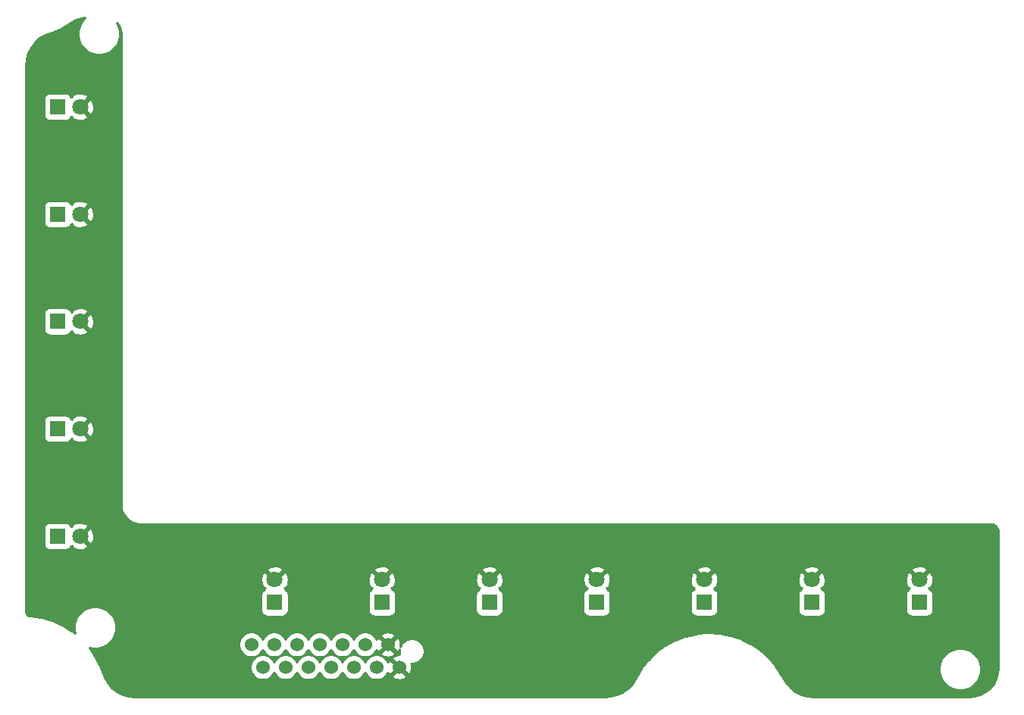
<source format=gbr>
%TF.GenerationSoftware,KiCad,Pcbnew,(5.1.4-0)*%
%TF.CreationDate,2021-02-17T16:05:53+01:00*%
%TF.ProjectId,Indicators,496e6469-6361-4746-9f72-732e6b696361,rev?*%
%TF.SameCoordinates,Original*%
%TF.FileFunction,Copper,L2,Bot*%
%TF.FilePolarity,Positive*%
%FSLAX46Y46*%
G04 Gerber Fmt 4.6, Leading zero omitted, Abs format (unit mm)*
G04 Created by KiCad (PCBNEW (5.1.4-0)) date 2021-02-17 16:05:53*
%MOMM*%
%LPD*%
G04 APERTURE LIST*
%TA.AperFunction,ComponentPad*%
%ADD10C,1.800000*%
%TD*%
%TA.AperFunction,ComponentPad*%
%ADD11R,1.800000X1.800000*%
%TD*%
%TA.AperFunction,ComponentPad*%
%ADD12C,1.524000*%
%TD*%
%TA.AperFunction,Conductor*%
%ADD13C,0.254000*%
%TD*%
G04 APERTURE END LIST*
D10*
%TO.P,D11,2*%
%TO.N,Vdrive*%
X95111571Y-115849403D03*
D11*
%TO.P,D11,1*%
%TO.N,/IMD_ERROR*%
X92571571Y-115849403D03*
%TD*%
D12*
%TO.P,J1,14*%
%TO.N,/AMI_1*%
X114240000Y-139960000D03*
%TO.P,J1,13*%
%TO.N,/RESERVED*%
X115510000Y-142500000D03*
%TO.P,J1,12*%
%TO.N,/AMI_2*%
X116780000Y-139960000D03*
%TO.P,J1,11*%
%TO.N,/IMD_ERROR*%
X118050000Y-142500000D03*
%TO.P,J1,10*%
%TO.N,/AMI_3*%
X119320000Y-139960000D03*
%TO.P,J1,9*%
%TO.N,/AMS_ERROR*%
X120590000Y-142500000D03*
%TO.P,J1,8*%
%TO.N,/AMI_4*%
X121860000Y-139960000D03*
%TO.P,J1,7*%
%TO.N,/EBS_ERROR*%
X123130000Y-142500000D03*
%TO.P,J1,6*%
%TO.N,/AMI_5*%
X124400000Y-139960000D03*
%TO.P,J1,5*%
%TO.N,/TS_OFF*%
X125670000Y-142500000D03*
%TO.P,J1,4*%
%TO.N,/AMI_6*%
X126940000Y-139960000D03*
%TO.P,J1,3*%
%TO.N,/AMI_7*%
X128210000Y-142500000D03*
%TO.P,J1,2*%
%TO.N,Vdrive*%
X129480000Y-139960000D03*
%TO.P,J1,1*%
X130750000Y-142500000D03*
%TD*%
D10*
%TO.P,D12,2*%
%TO.N,Vdrive*%
X95111571Y-127849403D03*
D11*
%TO.P,D12,1*%
%TO.N,/RESERVED*%
X92571571Y-127849403D03*
%TD*%
D10*
%TO.P,D10,2*%
%TO.N,Vdrive*%
X95111571Y-103849403D03*
D11*
%TO.P,D10,1*%
%TO.N,/AMS_ERROR*%
X92571571Y-103849403D03*
%TD*%
D10*
%TO.P,D9,2*%
%TO.N,Vdrive*%
X95111571Y-91849403D03*
D11*
%TO.P,D9,1*%
%TO.N,/EBS_ERROR*%
X92571571Y-91849403D03*
%TD*%
D10*
%TO.P,D8,2*%
%TO.N,Vdrive*%
X95111571Y-79849403D03*
D11*
%TO.P,D8,1*%
%TO.N,/TS_OFF*%
X92571571Y-79849403D03*
%TD*%
D10*
%TO.P,D7,2*%
%TO.N,Vdrive*%
X188846570Y-132720841D03*
D11*
%TO.P,D7,1*%
%TO.N,/AMI_7*%
X188846570Y-135260841D03*
%TD*%
D10*
%TO.P,D6,2*%
%TO.N,Vdrive*%
X176816092Y-132720841D03*
D11*
%TO.P,D6,1*%
%TO.N,/AMI_6*%
X176816092Y-135260841D03*
%TD*%
D10*
%TO.P,D5,2*%
%TO.N,Vdrive*%
X164816093Y-132720841D03*
D11*
%TO.P,D5,1*%
%TO.N,/AMI_5*%
X164816093Y-135260841D03*
%TD*%
D10*
%TO.P,D4,2*%
%TO.N,Vdrive*%
X152816094Y-132720841D03*
D11*
%TO.P,D4,1*%
%TO.N,/AMI_4*%
X152816094Y-135260841D03*
%TD*%
D10*
%TO.P,D3,2*%
%TO.N,Vdrive*%
X140816095Y-132720841D03*
D11*
%TO.P,D3,1*%
%TO.N,/AMI_3*%
X140816095Y-135260841D03*
%TD*%
D10*
%TO.P,D2,2*%
%TO.N,Vdrive*%
X128816096Y-132720841D03*
D11*
%TO.P,D2,1*%
%TO.N,/AMI_2*%
X128816096Y-135260841D03*
%TD*%
D10*
%TO.P,D1,2*%
%TO.N,Vdrive*%
X116846571Y-132720841D03*
D11*
%TO.P,D1,1*%
%TO.N,/AMI_1*%
X116846571Y-135260841D03*
%TD*%
D13*
%TO.N,Vdrive*%
G36*
X95387937Y-70199860D02*
G01*
X95131452Y-70583717D01*
X94954783Y-71010236D01*
X94864717Y-71463026D01*
X94864717Y-71924686D01*
X94954783Y-72377476D01*
X95131452Y-72803995D01*
X95387937Y-73187852D01*
X95714381Y-73514296D01*
X96098238Y-73770781D01*
X96524757Y-73947450D01*
X96977547Y-74037516D01*
X97439207Y-74037516D01*
X97891997Y-73947450D01*
X98318516Y-73770781D01*
X98702373Y-73514296D01*
X99028817Y-73187852D01*
X99285302Y-72803995D01*
X99461971Y-72377476D01*
X99552037Y-71924686D01*
X99552037Y-71463026D01*
X99461971Y-71010236D01*
X99285302Y-70583717D01*
X99217409Y-70482108D01*
X99368707Y-70664995D01*
X99532215Y-70967399D01*
X99633874Y-71295805D01*
X99673377Y-71671651D01*
X99673378Y-124317314D01*
X99676504Y-124349049D01*
X99676439Y-124358295D01*
X99677440Y-124368508D01*
X99708040Y-124659653D01*
X99721443Y-124724947D01*
X99733919Y-124790347D01*
X99736884Y-124800171D01*
X99823452Y-125079827D01*
X99849275Y-125141257D01*
X99874223Y-125203006D01*
X99879041Y-125212067D01*
X100018280Y-125469583D01*
X100055550Y-125524838D01*
X100092008Y-125580551D01*
X100098493Y-125588504D01*
X100285099Y-125814071D01*
X100332386Y-125861030D01*
X100378977Y-125908607D01*
X100386884Y-125915149D01*
X100613748Y-126100175D01*
X100669256Y-126137054D01*
X100724201Y-126174676D01*
X100733228Y-126179557D01*
X100991709Y-126316994D01*
X101053315Y-126342387D01*
X101114529Y-126368623D01*
X101124332Y-126371658D01*
X101404586Y-126456272D01*
X101469976Y-126469219D01*
X101535096Y-126483061D01*
X101545300Y-126484134D01*
X101545302Y-126484134D01*
X101836654Y-126512701D01*
X101872272Y-126516209D01*
X196872441Y-126516209D01*
X197056278Y-126534234D01*
X197198554Y-126577190D01*
X197329768Y-126646958D01*
X197444937Y-126740888D01*
X197539667Y-126855395D01*
X197610352Y-126986124D01*
X197654298Y-127128091D01*
X197672014Y-127296652D01*
X197670319Y-127345968D01*
X197669079Y-127358556D01*
X197669080Y-142506204D01*
X197603441Y-143175649D01*
X197419462Y-143785015D01*
X197120632Y-144347031D01*
X196718329Y-144840305D01*
X196227874Y-145246044D01*
X195667952Y-145548794D01*
X195059890Y-145737020D01*
X194392557Y-145807160D01*
X177067367Y-145807160D01*
X176321080Y-145735958D01*
X175635426Y-145534809D01*
X175000188Y-145207640D01*
X174438272Y-144766250D01*
X173965722Y-144221684D01*
X173649801Y-143696941D01*
X173522585Y-143453600D01*
X173508168Y-143430074D01*
X173495219Y-143405720D01*
X173491117Y-143399207D01*
X172896168Y-142465325D01*
X191060418Y-142465325D01*
X191060418Y-142926985D01*
X191150484Y-143379776D01*
X191327154Y-143806295D01*
X191583639Y-144190152D01*
X191910082Y-144516595D01*
X192293939Y-144773080D01*
X192720458Y-144949750D01*
X193173249Y-145039816D01*
X193634909Y-145039816D01*
X194087700Y-144949750D01*
X194514219Y-144773080D01*
X194898076Y-144516595D01*
X195224519Y-144190152D01*
X195481004Y-143806295D01*
X195657674Y-143379776D01*
X195747740Y-142926985D01*
X195747740Y-142465325D01*
X195657674Y-142012534D01*
X195481004Y-141586015D01*
X195224519Y-141202158D01*
X194898076Y-140875715D01*
X194514219Y-140619230D01*
X194087700Y-140442560D01*
X193634909Y-140352494D01*
X193173249Y-140352494D01*
X192720458Y-140442560D01*
X192293939Y-140619230D01*
X191910082Y-140875715D01*
X191583639Y-141202158D01*
X191327154Y-141586015D01*
X191150484Y-142012534D01*
X191060418Y-142465325D01*
X172896168Y-142465325D01*
X172869858Y-142424028D01*
X172842500Y-142386920D01*
X172815475Y-142349449D01*
X172810527Y-142343553D01*
X172062667Y-141461711D01*
X172030497Y-141428629D01*
X171998666Y-141395203D01*
X171992964Y-141390033D01*
X171132345Y-140617846D01*
X171095988Y-140589441D01*
X171059908Y-140560638D01*
X171053565Y-140556296D01*
X171053558Y-140556290D01*
X171053551Y-140556286D01*
X170096103Y-139908048D01*
X170056221Y-139884836D01*
X170016574Y-139861201D01*
X170009697Y-139857758D01*
X170009691Y-139857754D01*
X170009685Y-139857751D01*
X168973119Y-139345451D01*
X168930433Y-139327857D01*
X168887968Y-139309831D01*
X168880695Y-139307356D01*
X168880681Y-139307350D01*
X168880668Y-139307346D01*
X167784172Y-138940466D01*
X167739530Y-138928837D01*
X167694974Y-138916732D01*
X167687418Y-138915263D01*
X166551261Y-138700585D01*
X166505402Y-138695117D01*
X166459667Y-138689177D01*
X166451982Y-138688747D01*
X165297203Y-138630250D01*
X165251028Y-138631056D01*
X165204908Y-138631378D01*
X165197235Y-138631995D01*
X164045201Y-138730761D01*
X163999579Y-138737824D01*
X163953914Y-138744404D01*
X163946396Y-138746057D01*
X162818425Y-139000258D01*
X162774163Y-139013453D01*
X162729833Y-139026164D01*
X162722614Y-139028820D01*
X162722604Y-139028824D01*
X161639574Y-139433754D01*
X161597523Y-139452829D01*
X161555317Y-139471444D01*
X161548534Y-139475051D01*
X161548521Y-139475057D01*
X161548510Y-139475064D01*
X160530462Y-140023229D01*
X160491421Y-140047814D01*
X160452101Y-140072004D01*
X160445865Y-140076502D01*
X160445857Y-140076507D01*
X160445850Y-140076513D01*
X159511612Y-140757773D01*
X159476243Y-140787451D01*
X159440595Y-140816732D01*
X159435030Y-140822033D01*
X159435021Y-140822040D01*
X159435014Y-140822048D01*
X158601878Y-141623793D01*
X158570870Y-141657990D01*
X158539519Y-141691846D01*
X158534717Y-141697862D01*
X157818093Y-142605269D01*
X157792022Y-142643345D01*
X157765548Y-142681153D01*
X157761607Y-142687765D01*
X157179808Y-143675467D01*
X156768694Y-144332112D01*
X156281833Y-144855122D01*
X155704856Y-145276634D01*
X155058589Y-145581433D01*
X154360067Y-145760135D01*
X153755811Y-145807160D01*
X101273015Y-145807160D01*
X100526728Y-145735958D01*
X99841074Y-145534809D01*
X99205836Y-145207640D01*
X98643920Y-144766250D01*
X98175609Y-144226569D01*
X97811485Y-143597157D01*
X97635575Y-143141278D01*
X97342849Y-142362408D01*
X114113000Y-142362408D01*
X114113000Y-142637592D01*
X114166686Y-142907490D01*
X114271995Y-143161727D01*
X114424880Y-143390535D01*
X114619465Y-143585120D01*
X114848273Y-143738005D01*
X115102510Y-143843314D01*
X115372408Y-143897000D01*
X115647592Y-143897000D01*
X115917490Y-143843314D01*
X116171727Y-143738005D01*
X116400535Y-143585120D01*
X116595120Y-143390535D01*
X116748005Y-143161727D01*
X116780000Y-143084485D01*
X116811995Y-143161727D01*
X116964880Y-143390535D01*
X117159465Y-143585120D01*
X117388273Y-143738005D01*
X117642510Y-143843314D01*
X117912408Y-143897000D01*
X118187592Y-143897000D01*
X118457490Y-143843314D01*
X118711727Y-143738005D01*
X118940535Y-143585120D01*
X119135120Y-143390535D01*
X119288005Y-143161727D01*
X119320000Y-143084485D01*
X119351995Y-143161727D01*
X119504880Y-143390535D01*
X119699465Y-143585120D01*
X119928273Y-143738005D01*
X120182510Y-143843314D01*
X120452408Y-143897000D01*
X120727592Y-143897000D01*
X120997490Y-143843314D01*
X121251727Y-143738005D01*
X121480535Y-143585120D01*
X121675120Y-143390535D01*
X121828005Y-143161727D01*
X121860000Y-143084485D01*
X121891995Y-143161727D01*
X122044880Y-143390535D01*
X122239465Y-143585120D01*
X122468273Y-143738005D01*
X122722510Y-143843314D01*
X122992408Y-143897000D01*
X123267592Y-143897000D01*
X123537490Y-143843314D01*
X123791727Y-143738005D01*
X124020535Y-143585120D01*
X124215120Y-143390535D01*
X124368005Y-143161727D01*
X124400000Y-143084485D01*
X124431995Y-143161727D01*
X124584880Y-143390535D01*
X124779465Y-143585120D01*
X125008273Y-143738005D01*
X125262510Y-143843314D01*
X125532408Y-143897000D01*
X125807592Y-143897000D01*
X126077490Y-143843314D01*
X126331727Y-143738005D01*
X126560535Y-143585120D01*
X126755120Y-143390535D01*
X126908005Y-143161727D01*
X126940000Y-143084485D01*
X126971995Y-143161727D01*
X127124880Y-143390535D01*
X127319465Y-143585120D01*
X127548273Y-143738005D01*
X127802510Y-143843314D01*
X128072408Y-143897000D01*
X128347592Y-143897000D01*
X128617490Y-143843314D01*
X128871727Y-143738005D01*
X129100535Y-143585120D01*
X129220090Y-143465565D01*
X129964040Y-143465565D01*
X130031020Y-143705656D01*
X130280048Y-143822756D01*
X130547135Y-143889023D01*
X130822017Y-143901910D01*
X131094133Y-143860922D01*
X131353023Y-143767636D01*
X131468980Y-143705656D01*
X131535960Y-143465565D01*
X130750000Y-142679605D01*
X129964040Y-143465565D01*
X129220090Y-143465565D01*
X129295120Y-143390535D01*
X129448005Y-143161727D01*
X129477692Y-143090057D01*
X129482364Y-143103023D01*
X129544344Y-143218980D01*
X129784435Y-143285960D01*
X130570395Y-142500000D01*
X129784435Y-141714040D01*
X129544344Y-141781020D01*
X129480515Y-141916760D01*
X129448005Y-141838273D01*
X129295120Y-141609465D01*
X129100535Y-141414880D01*
X128871727Y-141261995D01*
X128617490Y-141156686D01*
X128347592Y-141103000D01*
X128072408Y-141103000D01*
X127802510Y-141156686D01*
X127548273Y-141261995D01*
X127319465Y-141414880D01*
X127124880Y-141609465D01*
X126971995Y-141838273D01*
X126940000Y-141915515D01*
X126908005Y-141838273D01*
X126755120Y-141609465D01*
X126560535Y-141414880D01*
X126331727Y-141261995D01*
X126077490Y-141156686D01*
X125807592Y-141103000D01*
X125532408Y-141103000D01*
X125262510Y-141156686D01*
X125008273Y-141261995D01*
X124779465Y-141414880D01*
X124584880Y-141609465D01*
X124431995Y-141838273D01*
X124400000Y-141915515D01*
X124368005Y-141838273D01*
X124215120Y-141609465D01*
X124020535Y-141414880D01*
X123791727Y-141261995D01*
X123537490Y-141156686D01*
X123267592Y-141103000D01*
X122992408Y-141103000D01*
X122722510Y-141156686D01*
X122468273Y-141261995D01*
X122239465Y-141414880D01*
X122044880Y-141609465D01*
X121891995Y-141838273D01*
X121860000Y-141915515D01*
X121828005Y-141838273D01*
X121675120Y-141609465D01*
X121480535Y-141414880D01*
X121251727Y-141261995D01*
X120997490Y-141156686D01*
X120727592Y-141103000D01*
X120452408Y-141103000D01*
X120182510Y-141156686D01*
X119928273Y-141261995D01*
X119699465Y-141414880D01*
X119504880Y-141609465D01*
X119351995Y-141838273D01*
X119320000Y-141915515D01*
X119288005Y-141838273D01*
X119135120Y-141609465D01*
X118940535Y-141414880D01*
X118711727Y-141261995D01*
X118457490Y-141156686D01*
X118187592Y-141103000D01*
X117912408Y-141103000D01*
X117642510Y-141156686D01*
X117388273Y-141261995D01*
X117159465Y-141414880D01*
X116964880Y-141609465D01*
X116811995Y-141838273D01*
X116780000Y-141915515D01*
X116748005Y-141838273D01*
X116595120Y-141609465D01*
X116400535Y-141414880D01*
X116171727Y-141261995D01*
X115917490Y-141156686D01*
X115647592Y-141103000D01*
X115372408Y-141103000D01*
X115102510Y-141156686D01*
X114848273Y-141261995D01*
X114619465Y-141414880D01*
X114424880Y-141609465D01*
X114271995Y-141838273D01*
X114166686Y-142092510D01*
X114113000Y-142362408D01*
X97342849Y-142362408D01*
X97323922Y-142312050D01*
X97307186Y-142275323D01*
X97291406Y-142238139D01*
X97287888Y-142231293D01*
X96754064Y-141205638D01*
X96730008Y-141166222D01*
X96706392Y-141126598D01*
X96701977Y-141120293D01*
X96116120Y-140292727D01*
X96546595Y-140378354D01*
X97008255Y-140378354D01*
X97461045Y-140288288D01*
X97887564Y-140111619D01*
X98271421Y-139855134D01*
X98304147Y-139822408D01*
X112843000Y-139822408D01*
X112843000Y-140097592D01*
X112896686Y-140367490D01*
X113001995Y-140621727D01*
X113154880Y-140850535D01*
X113349465Y-141045120D01*
X113578273Y-141198005D01*
X113832510Y-141303314D01*
X114102408Y-141357000D01*
X114377592Y-141357000D01*
X114647490Y-141303314D01*
X114901727Y-141198005D01*
X115130535Y-141045120D01*
X115325120Y-140850535D01*
X115478005Y-140621727D01*
X115510000Y-140544485D01*
X115541995Y-140621727D01*
X115694880Y-140850535D01*
X115889465Y-141045120D01*
X116118273Y-141198005D01*
X116372510Y-141303314D01*
X116642408Y-141357000D01*
X116917592Y-141357000D01*
X117187490Y-141303314D01*
X117441727Y-141198005D01*
X117670535Y-141045120D01*
X117865120Y-140850535D01*
X118018005Y-140621727D01*
X118050000Y-140544485D01*
X118081995Y-140621727D01*
X118234880Y-140850535D01*
X118429465Y-141045120D01*
X118658273Y-141198005D01*
X118912510Y-141303314D01*
X119182408Y-141357000D01*
X119457592Y-141357000D01*
X119727490Y-141303314D01*
X119981727Y-141198005D01*
X120210535Y-141045120D01*
X120405120Y-140850535D01*
X120558005Y-140621727D01*
X120590000Y-140544485D01*
X120621995Y-140621727D01*
X120774880Y-140850535D01*
X120969465Y-141045120D01*
X121198273Y-141198005D01*
X121452510Y-141303314D01*
X121722408Y-141357000D01*
X121997592Y-141357000D01*
X122267490Y-141303314D01*
X122521727Y-141198005D01*
X122750535Y-141045120D01*
X122945120Y-140850535D01*
X123098005Y-140621727D01*
X123130000Y-140544485D01*
X123161995Y-140621727D01*
X123314880Y-140850535D01*
X123509465Y-141045120D01*
X123738273Y-141198005D01*
X123992510Y-141303314D01*
X124262408Y-141357000D01*
X124537592Y-141357000D01*
X124807490Y-141303314D01*
X125061727Y-141198005D01*
X125290535Y-141045120D01*
X125485120Y-140850535D01*
X125638005Y-140621727D01*
X125670000Y-140544485D01*
X125701995Y-140621727D01*
X125854880Y-140850535D01*
X126049465Y-141045120D01*
X126278273Y-141198005D01*
X126532510Y-141303314D01*
X126802408Y-141357000D01*
X127077592Y-141357000D01*
X127347490Y-141303314D01*
X127601727Y-141198005D01*
X127830535Y-141045120D01*
X127950090Y-140925565D01*
X128694040Y-140925565D01*
X128761020Y-141165656D01*
X129010048Y-141282756D01*
X129277135Y-141349023D01*
X129552017Y-141361910D01*
X129824133Y-141320922D01*
X130083023Y-141227636D01*
X130198980Y-141165656D01*
X130265960Y-140925565D01*
X129480000Y-140139605D01*
X128694040Y-140925565D01*
X127950090Y-140925565D01*
X128025120Y-140850535D01*
X128178005Y-140621727D01*
X128207692Y-140550057D01*
X128212364Y-140563023D01*
X128274344Y-140678980D01*
X128514435Y-140745960D01*
X129300395Y-139960000D01*
X129659605Y-139960000D01*
X130445565Y-140745960D01*
X130685656Y-140678980D01*
X130783390Y-140471136D01*
X130765000Y-140563589D01*
X130765000Y-140836411D01*
X130818225Y-141103989D01*
X130818510Y-141104678D01*
X130677983Y-141098090D01*
X130405867Y-141139078D01*
X130146977Y-141232364D01*
X130031020Y-141294344D01*
X129964040Y-141534435D01*
X130750000Y-142320395D01*
X130764143Y-142306253D01*
X130943748Y-142485858D01*
X130929605Y-142500000D01*
X131715565Y-143285960D01*
X131955656Y-143218980D01*
X132072756Y-142969952D01*
X132139023Y-142702865D01*
X132151910Y-142427983D01*
X132110922Y-142155867D01*
X132085386Y-142085000D01*
X132286411Y-142085000D01*
X132553989Y-142031775D01*
X132806043Y-141927371D01*
X133032886Y-141775799D01*
X133225799Y-141582886D01*
X133377371Y-141356043D01*
X133481775Y-141103989D01*
X133535000Y-140836411D01*
X133535000Y-140563589D01*
X133481775Y-140296011D01*
X133377371Y-140043957D01*
X133225799Y-139817114D01*
X133032886Y-139624201D01*
X132806043Y-139472629D01*
X132553989Y-139368225D01*
X132286411Y-139315000D01*
X132013589Y-139315000D01*
X131746011Y-139368225D01*
X131493957Y-139472629D01*
X131267114Y-139624201D01*
X131074201Y-139817114D01*
X130922629Y-140043957D01*
X130862521Y-140189070D01*
X130869023Y-140162865D01*
X130881910Y-139887983D01*
X130840922Y-139615867D01*
X130747636Y-139356977D01*
X130685656Y-139241020D01*
X130445565Y-139174040D01*
X129659605Y-139960000D01*
X129300395Y-139960000D01*
X128514435Y-139174040D01*
X128274344Y-139241020D01*
X128210515Y-139376760D01*
X128178005Y-139298273D01*
X128025120Y-139069465D01*
X127950090Y-138994435D01*
X128694040Y-138994435D01*
X129480000Y-139780395D01*
X130265960Y-138994435D01*
X130198980Y-138754344D01*
X129949952Y-138637244D01*
X129682865Y-138570977D01*
X129407983Y-138558090D01*
X129135867Y-138599078D01*
X128876977Y-138692364D01*
X128761020Y-138754344D01*
X128694040Y-138994435D01*
X127950090Y-138994435D01*
X127830535Y-138874880D01*
X127601727Y-138721995D01*
X127347490Y-138616686D01*
X127077592Y-138563000D01*
X126802408Y-138563000D01*
X126532510Y-138616686D01*
X126278273Y-138721995D01*
X126049465Y-138874880D01*
X125854880Y-139069465D01*
X125701995Y-139298273D01*
X125670000Y-139375515D01*
X125638005Y-139298273D01*
X125485120Y-139069465D01*
X125290535Y-138874880D01*
X125061727Y-138721995D01*
X124807490Y-138616686D01*
X124537592Y-138563000D01*
X124262408Y-138563000D01*
X123992510Y-138616686D01*
X123738273Y-138721995D01*
X123509465Y-138874880D01*
X123314880Y-139069465D01*
X123161995Y-139298273D01*
X123130000Y-139375515D01*
X123098005Y-139298273D01*
X122945120Y-139069465D01*
X122750535Y-138874880D01*
X122521727Y-138721995D01*
X122267490Y-138616686D01*
X121997592Y-138563000D01*
X121722408Y-138563000D01*
X121452510Y-138616686D01*
X121198273Y-138721995D01*
X120969465Y-138874880D01*
X120774880Y-139069465D01*
X120621995Y-139298273D01*
X120590000Y-139375515D01*
X120558005Y-139298273D01*
X120405120Y-139069465D01*
X120210535Y-138874880D01*
X119981727Y-138721995D01*
X119727490Y-138616686D01*
X119457592Y-138563000D01*
X119182408Y-138563000D01*
X118912510Y-138616686D01*
X118658273Y-138721995D01*
X118429465Y-138874880D01*
X118234880Y-139069465D01*
X118081995Y-139298273D01*
X118050000Y-139375515D01*
X118018005Y-139298273D01*
X117865120Y-139069465D01*
X117670535Y-138874880D01*
X117441727Y-138721995D01*
X117187490Y-138616686D01*
X116917592Y-138563000D01*
X116642408Y-138563000D01*
X116372510Y-138616686D01*
X116118273Y-138721995D01*
X115889465Y-138874880D01*
X115694880Y-139069465D01*
X115541995Y-139298273D01*
X115510000Y-139375515D01*
X115478005Y-139298273D01*
X115325120Y-139069465D01*
X115130535Y-138874880D01*
X114901727Y-138721995D01*
X114647490Y-138616686D01*
X114377592Y-138563000D01*
X114102408Y-138563000D01*
X113832510Y-138616686D01*
X113578273Y-138721995D01*
X113349465Y-138874880D01*
X113154880Y-139069465D01*
X113001995Y-139298273D01*
X112896686Y-139552510D01*
X112843000Y-139822408D01*
X98304147Y-139822408D01*
X98597865Y-139528690D01*
X98854350Y-139144833D01*
X99031019Y-138718314D01*
X99121085Y-138265524D01*
X99121085Y-137803864D01*
X99031019Y-137351074D01*
X98854350Y-136924555D01*
X98597865Y-136540698D01*
X98271421Y-136214254D01*
X97887564Y-135957769D01*
X97461045Y-135781100D01*
X97008255Y-135691034D01*
X96546595Y-135691034D01*
X96093805Y-135781100D01*
X95667286Y-135957769D01*
X95283429Y-136214254D01*
X94956985Y-136540698D01*
X94700500Y-136924555D01*
X94523831Y-137351074D01*
X94433765Y-137803864D01*
X94433765Y-138265524D01*
X94522352Y-138710881D01*
X94210354Y-138457288D01*
X94172613Y-138430660D01*
X94135214Y-138403683D01*
X94128666Y-138399654D01*
X94128659Y-138399649D01*
X94128652Y-138399645D01*
X93140728Y-137798876D01*
X93099771Y-137777642D01*
X93059008Y-137755964D01*
X93051965Y-137752858D01*
X91991639Y-137291721D01*
X91948146Y-137276230D01*
X91904852Y-137260297D01*
X91897462Y-137258178D01*
X91897452Y-137258174D01*
X91897442Y-137258172D01*
X90784355Y-136945207D01*
X90739189Y-136935768D01*
X90694104Y-136925851D01*
X90686486Y-136924753D01*
X89551945Y-136767236D01*
X89393285Y-136740389D01*
X89299973Y-136704935D01*
X89215319Y-136652028D01*
X89142557Y-136583690D01*
X89084454Y-136502519D01*
X89043223Y-136411609D01*
X89017777Y-136303079D01*
X89012423Y-136222431D01*
X89012423Y-132787394D01*
X115305580Y-132787394D01*
X115348174Y-133086748D01*
X115448349Y-133372040D01*
X115528310Y-133521633D01*
X115782489Y-133605315D01*
X115666541Y-133721263D01*
X115713306Y-133768028D01*
X115702391Y-133771339D01*
X115592077Y-133830304D01*
X115495386Y-133909656D01*
X115416034Y-134006347D01*
X115357069Y-134116661D01*
X115320759Y-134236359D01*
X115308499Y-134360841D01*
X115308499Y-136160841D01*
X115320759Y-136285323D01*
X115357069Y-136405021D01*
X115416034Y-136515335D01*
X115495386Y-136612026D01*
X115592077Y-136691378D01*
X115702391Y-136750343D01*
X115822089Y-136786653D01*
X115946571Y-136798913D01*
X117746571Y-136798913D01*
X117871053Y-136786653D01*
X117990751Y-136750343D01*
X118101065Y-136691378D01*
X118197756Y-136612026D01*
X118277108Y-136515335D01*
X118336073Y-136405021D01*
X118372383Y-136285323D01*
X118384643Y-136160841D01*
X118384643Y-134360841D01*
X118372383Y-134236359D01*
X118336073Y-134116661D01*
X118277108Y-134006347D01*
X118197756Y-133909656D01*
X118101065Y-133830304D01*
X117990751Y-133771339D01*
X117979836Y-133768028D01*
X118026601Y-133721263D01*
X117910653Y-133605315D01*
X118164832Y-133521633D01*
X118295729Y-133249066D01*
X118370936Y-132956199D01*
X118380231Y-132787394D01*
X127275105Y-132787394D01*
X127317699Y-133086748D01*
X127417874Y-133372040D01*
X127497835Y-133521633D01*
X127752014Y-133605315D01*
X127636066Y-133721263D01*
X127682831Y-133768028D01*
X127671916Y-133771339D01*
X127561602Y-133830304D01*
X127464911Y-133909656D01*
X127385559Y-134006347D01*
X127326594Y-134116661D01*
X127290284Y-134236359D01*
X127278024Y-134360841D01*
X127278024Y-136160841D01*
X127290284Y-136285323D01*
X127326594Y-136405021D01*
X127385559Y-136515335D01*
X127464911Y-136612026D01*
X127561602Y-136691378D01*
X127671916Y-136750343D01*
X127791614Y-136786653D01*
X127916096Y-136798913D01*
X129716096Y-136798913D01*
X129840578Y-136786653D01*
X129960276Y-136750343D01*
X130070590Y-136691378D01*
X130167281Y-136612026D01*
X130246633Y-136515335D01*
X130305598Y-136405021D01*
X130341908Y-136285323D01*
X130354168Y-136160841D01*
X130354168Y-134360841D01*
X130341908Y-134236359D01*
X130305598Y-134116661D01*
X130246633Y-134006347D01*
X130167281Y-133909656D01*
X130070590Y-133830304D01*
X129960276Y-133771339D01*
X129949361Y-133768028D01*
X129996126Y-133721263D01*
X129880178Y-133605315D01*
X130134357Y-133521633D01*
X130265254Y-133249066D01*
X130340461Y-132956199D01*
X130349756Y-132787394D01*
X139275104Y-132787394D01*
X139317698Y-133086748D01*
X139417873Y-133372040D01*
X139497834Y-133521633D01*
X139752013Y-133605315D01*
X139636065Y-133721263D01*
X139682830Y-133768028D01*
X139671915Y-133771339D01*
X139561601Y-133830304D01*
X139464910Y-133909656D01*
X139385558Y-134006347D01*
X139326593Y-134116661D01*
X139290283Y-134236359D01*
X139278023Y-134360841D01*
X139278023Y-136160841D01*
X139290283Y-136285323D01*
X139326593Y-136405021D01*
X139385558Y-136515335D01*
X139464910Y-136612026D01*
X139561601Y-136691378D01*
X139671915Y-136750343D01*
X139791613Y-136786653D01*
X139916095Y-136798913D01*
X141716095Y-136798913D01*
X141840577Y-136786653D01*
X141960275Y-136750343D01*
X142070589Y-136691378D01*
X142167280Y-136612026D01*
X142246632Y-136515335D01*
X142305597Y-136405021D01*
X142341907Y-136285323D01*
X142354167Y-136160841D01*
X142354167Y-134360841D01*
X142341907Y-134236359D01*
X142305597Y-134116661D01*
X142246632Y-134006347D01*
X142167280Y-133909656D01*
X142070589Y-133830304D01*
X141960275Y-133771339D01*
X141949360Y-133768028D01*
X141996125Y-133721263D01*
X141880177Y-133605315D01*
X142134356Y-133521633D01*
X142265253Y-133249066D01*
X142340460Y-132956199D01*
X142349755Y-132787394D01*
X151275103Y-132787394D01*
X151317697Y-133086748D01*
X151417872Y-133372040D01*
X151497833Y-133521633D01*
X151752012Y-133605315D01*
X151636064Y-133721263D01*
X151682829Y-133768028D01*
X151671914Y-133771339D01*
X151561600Y-133830304D01*
X151464909Y-133909656D01*
X151385557Y-134006347D01*
X151326592Y-134116661D01*
X151290282Y-134236359D01*
X151278022Y-134360841D01*
X151278022Y-136160841D01*
X151290282Y-136285323D01*
X151326592Y-136405021D01*
X151385557Y-136515335D01*
X151464909Y-136612026D01*
X151561600Y-136691378D01*
X151671914Y-136750343D01*
X151791612Y-136786653D01*
X151916094Y-136798913D01*
X153716094Y-136798913D01*
X153840576Y-136786653D01*
X153960274Y-136750343D01*
X154070588Y-136691378D01*
X154167279Y-136612026D01*
X154246631Y-136515335D01*
X154305596Y-136405021D01*
X154341906Y-136285323D01*
X154354166Y-136160841D01*
X154354166Y-134360841D01*
X154341906Y-134236359D01*
X154305596Y-134116661D01*
X154246631Y-134006347D01*
X154167279Y-133909656D01*
X154070588Y-133830304D01*
X153960274Y-133771339D01*
X153949359Y-133768028D01*
X153996124Y-133721263D01*
X153880176Y-133605315D01*
X154134355Y-133521633D01*
X154265252Y-133249066D01*
X154340459Y-132956199D01*
X154349754Y-132787394D01*
X163275102Y-132787394D01*
X163317696Y-133086748D01*
X163417871Y-133372040D01*
X163497832Y-133521633D01*
X163752011Y-133605315D01*
X163636063Y-133721263D01*
X163682828Y-133768028D01*
X163671913Y-133771339D01*
X163561599Y-133830304D01*
X163464908Y-133909656D01*
X163385556Y-134006347D01*
X163326591Y-134116661D01*
X163290281Y-134236359D01*
X163278021Y-134360841D01*
X163278021Y-136160841D01*
X163290281Y-136285323D01*
X163326591Y-136405021D01*
X163385556Y-136515335D01*
X163464908Y-136612026D01*
X163561599Y-136691378D01*
X163671913Y-136750343D01*
X163791611Y-136786653D01*
X163916093Y-136798913D01*
X165716093Y-136798913D01*
X165840575Y-136786653D01*
X165960273Y-136750343D01*
X166070587Y-136691378D01*
X166167278Y-136612026D01*
X166246630Y-136515335D01*
X166305595Y-136405021D01*
X166341905Y-136285323D01*
X166354165Y-136160841D01*
X166354165Y-134360841D01*
X166341905Y-134236359D01*
X166305595Y-134116661D01*
X166246630Y-134006347D01*
X166167278Y-133909656D01*
X166070587Y-133830304D01*
X165960273Y-133771339D01*
X165949358Y-133768028D01*
X165996123Y-133721263D01*
X165880175Y-133605315D01*
X166134354Y-133521633D01*
X166265251Y-133249066D01*
X166340458Y-132956199D01*
X166349753Y-132787394D01*
X175275101Y-132787394D01*
X175317695Y-133086748D01*
X175417870Y-133372040D01*
X175497831Y-133521633D01*
X175752010Y-133605315D01*
X175636062Y-133721263D01*
X175682827Y-133768028D01*
X175671912Y-133771339D01*
X175561598Y-133830304D01*
X175464907Y-133909656D01*
X175385555Y-134006347D01*
X175326590Y-134116661D01*
X175290280Y-134236359D01*
X175278020Y-134360841D01*
X175278020Y-136160841D01*
X175290280Y-136285323D01*
X175326590Y-136405021D01*
X175385555Y-136515335D01*
X175464907Y-136612026D01*
X175561598Y-136691378D01*
X175671912Y-136750343D01*
X175791610Y-136786653D01*
X175916092Y-136798913D01*
X177716092Y-136798913D01*
X177840574Y-136786653D01*
X177960272Y-136750343D01*
X178070586Y-136691378D01*
X178167277Y-136612026D01*
X178246629Y-136515335D01*
X178305594Y-136405021D01*
X178341904Y-136285323D01*
X178354164Y-136160841D01*
X178354164Y-134360841D01*
X178341904Y-134236359D01*
X178305594Y-134116661D01*
X178246629Y-134006347D01*
X178167277Y-133909656D01*
X178070586Y-133830304D01*
X177960272Y-133771339D01*
X177949357Y-133768028D01*
X177996122Y-133721263D01*
X177880174Y-133605315D01*
X178134353Y-133521633D01*
X178265250Y-133249066D01*
X178340457Y-132956199D01*
X178349752Y-132787394D01*
X187305579Y-132787394D01*
X187348173Y-133086748D01*
X187448348Y-133372040D01*
X187528309Y-133521633D01*
X187782488Y-133605315D01*
X187666540Y-133721263D01*
X187713305Y-133768028D01*
X187702390Y-133771339D01*
X187592076Y-133830304D01*
X187495385Y-133909656D01*
X187416033Y-134006347D01*
X187357068Y-134116661D01*
X187320758Y-134236359D01*
X187308498Y-134360841D01*
X187308498Y-136160841D01*
X187320758Y-136285323D01*
X187357068Y-136405021D01*
X187416033Y-136515335D01*
X187495385Y-136612026D01*
X187592076Y-136691378D01*
X187702390Y-136750343D01*
X187822088Y-136786653D01*
X187946570Y-136798913D01*
X189746570Y-136798913D01*
X189871052Y-136786653D01*
X189990750Y-136750343D01*
X190101064Y-136691378D01*
X190197755Y-136612026D01*
X190277107Y-136515335D01*
X190336072Y-136405021D01*
X190372382Y-136285323D01*
X190384642Y-136160841D01*
X190384642Y-134360841D01*
X190372382Y-134236359D01*
X190336072Y-134116661D01*
X190277107Y-134006347D01*
X190197755Y-133909656D01*
X190101064Y-133830304D01*
X189990750Y-133771339D01*
X189979835Y-133768028D01*
X190026600Y-133721263D01*
X189910652Y-133605315D01*
X190164831Y-133521633D01*
X190295728Y-133249066D01*
X190370935Y-132956199D01*
X190387561Y-132654288D01*
X190344967Y-132354934D01*
X190244792Y-132069642D01*
X190164831Y-131920049D01*
X189910650Y-131836366D01*
X189026175Y-132720841D01*
X189040318Y-132734984D01*
X188860713Y-132914589D01*
X188846570Y-132900446D01*
X188832428Y-132914589D01*
X188652823Y-132734984D01*
X188666965Y-132720841D01*
X187782490Y-131836366D01*
X187528309Y-131920049D01*
X187397412Y-132192616D01*
X187322205Y-132485483D01*
X187305579Y-132787394D01*
X178349752Y-132787394D01*
X178357083Y-132654288D01*
X178314489Y-132354934D01*
X178214314Y-132069642D01*
X178134353Y-131920049D01*
X177880172Y-131836366D01*
X176995697Y-132720841D01*
X177009840Y-132734984D01*
X176830235Y-132914589D01*
X176816092Y-132900446D01*
X176801950Y-132914589D01*
X176622345Y-132734984D01*
X176636487Y-132720841D01*
X175752012Y-131836366D01*
X175497831Y-131920049D01*
X175366934Y-132192616D01*
X175291727Y-132485483D01*
X175275101Y-132787394D01*
X166349753Y-132787394D01*
X166357084Y-132654288D01*
X166314490Y-132354934D01*
X166214315Y-132069642D01*
X166134354Y-131920049D01*
X165880173Y-131836366D01*
X164995698Y-132720841D01*
X165009841Y-132734984D01*
X164830236Y-132914589D01*
X164816093Y-132900446D01*
X164801951Y-132914589D01*
X164622346Y-132734984D01*
X164636488Y-132720841D01*
X163752013Y-131836366D01*
X163497832Y-131920049D01*
X163366935Y-132192616D01*
X163291728Y-132485483D01*
X163275102Y-132787394D01*
X154349754Y-132787394D01*
X154357085Y-132654288D01*
X154314491Y-132354934D01*
X154214316Y-132069642D01*
X154134355Y-131920049D01*
X153880174Y-131836366D01*
X152995699Y-132720841D01*
X153009842Y-132734984D01*
X152830237Y-132914589D01*
X152816094Y-132900446D01*
X152801952Y-132914589D01*
X152622347Y-132734984D01*
X152636489Y-132720841D01*
X151752014Y-131836366D01*
X151497833Y-131920049D01*
X151366936Y-132192616D01*
X151291729Y-132485483D01*
X151275103Y-132787394D01*
X142349755Y-132787394D01*
X142357086Y-132654288D01*
X142314492Y-132354934D01*
X142214317Y-132069642D01*
X142134356Y-131920049D01*
X141880175Y-131836366D01*
X140995700Y-132720841D01*
X141009843Y-132734984D01*
X140830238Y-132914589D01*
X140816095Y-132900446D01*
X140801953Y-132914589D01*
X140622348Y-132734984D01*
X140636490Y-132720841D01*
X139752015Y-131836366D01*
X139497834Y-131920049D01*
X139366937Y-132192616D01*
X139291730Y-132485483D01*
X139275104Y-132787394D01*
X130349756Y-132787394D01*
X130357087Y-132654288D01*
X130314493Y-132354934D01*
X130214318Y-132069642D01*
X130134357Y-131920049D01*
X129880176Y-131836366D01*
X128995701Y-132720841D01*
X129009844Y-132734984D01*
X128830239Y-132914589D01*
X128816096Y-132900446D01*
X128801954Y-132914589D01*
X128622349Y-132734984D01*
X128636491Y-132720841D01*
X127752016Y-131836366D01*
X127497835Y-131920049D01*
X127366938Y-132192616D01*
X127291731Y-132485483D01*
X127275105Y-132787394D01*
X118380231Y-132787394D01*
X118387562Y-132654288D01*
X118344968Y-132354934D01*
X118244793Y-132069642D01*
X118164832Y-131920049D01*
X117910651Y-131836366D01*
X117026176Y-132720841D01*
X117040319Y-132734984D01*
X116860714Y-132914589D01*
X116846571Y-132900446D01*
X116832429Y-132914589D01*
X116652824Y-132734984D01*
X116666966Y-132720841D01*
X115782491Y-131836366D01*
X115528310Y-131920049D01*
X115397413Y-132192616D01*
X115322206Y-132485483D01*
X115305580Y-132787394D01*
X89012423Y-132787394D01*
X89012423Y-131656761D01*
X115962096Y-131656761D01*
X116846571Y-132541236D01*
X117731046Y-131656761D01*
X127931621Y-131656761D01*
X128816096Y-132541236D01*
X129700571Y-131656761D01*
X139931620Y-131656761D01*
X140816095Y-132541236D01*
X141700570Y-131656761D01*
X151931619Y-131656761D01*
X152816094Y-132541236D01*
X153700569Y-131656761D01*
X163931618Y-131656761D01*
X164816093Y-132541236D01*
X165700568Y-131656761D01*
X175931617Y-131656761D01*
X176816092Y-132541236D01*
X177700567Y-131656761D01*
X187962095Y-131656761D01*
X188846570Y-132541236D01*
X189731045Y-131656761D01*
X189647362Y-131402580D01*
X189374795Y-131271683D01*
X189081928Y-131196476D01*
X188780017Y-131179850D01*
X188480663Y-131222444D01*
X188195371Y-131322619D01*
X188045778Y-131402580D01*
X187962095Y-131656761D01*
X177700567Y-131656761D01*
X177616884Y-131402580D01*
X177344317Y-131271683D01*
X177051450Y-131196476D01*
X176749539Y-131179850D01*
X176450185Y-131222444D01*
X176164893Y-131322619D01*
X176015300Y-131402580D01*
X175931617Y-131656761D01*
X165700568Y-131656761D01*
X165616885Y-131402580D01*
X165344318Y-131271683D01*
X165051451Y-131196476D01*
X164749540Y-131179850D01*
X164450186Y-131222444D01*
X164164894Y-131322619D01*
X164015301Y-131402580D01*
X163931618Y-131656761D01*
X153700569Y-131656761D01*
X153616886Y-131402580D01*
X153344319Y-131271683D01*
X153051452Y-131196476D01*
X152749541Y-131179850D01*
X152450187Y-131222444D01*
X152164895Y-131322619D01*
X152015302Y-131402580D01*
X151931619Y-131656761D01*
X141700570Y-131656761D01*
X141616887Y-131402580D01*
X141344320Y-131271683D01*
X141051453Y-131196476D01*
X140749542Y-131179850D01*
X140450188Y-131222444D01*
X140164896Y-131322619D01*
X140015303Y-131402580D01*
X139931620Y-131656761D01*
X129700571Y-131656761D01*
X129616888Y-131402580D01*
X129344321Y-131271683D01*
X129051454Y-131196476D01*
X128749543Y-131179850D01*
X128450189Y-131222444D01*
X128164897Y-131322619D01*
X128015304Y-131402580D01*
X127931621Y-131656761D01*
X117731046Y-131656761D01*
X117647363Y-131402580D01*
X117374796Y-131271683D01*
X117081929Y-131196476D01*
X116780018Y-131179850D01*
X116480664Y-131222444D01*
X116195372Y-131322619D01*
X116045779Y-131402580D01*
X115962096Y-131656761D01*
X89012423Y-131656761D01*
X89012423Y-126949403D01*
X91033499Y-126949403D01*
X91033499Y-128749403D01*
X91045759Y-128873885D01*
X91082069Y-128993583D01*
X91141034Y-129103897D01*
X91220386Y-129200588D01*
X91317077Y-129279940D01*
X91427391Y-129338905D01*
X91547089Y-129375215D01*
X91671571Y-129387475D01*
X93471571Y-129387475D01*
X93596053Y-129375215D01*
X93715751Y-129338905D01*
X93826065Y-129279940D01*
X93922756Y-129200588D01*
X94002108Y-129103897D01*
X94061073Y-128993583D01*
X94064384Y-128982668D01*
X94111149Y-129029433D01*
X94227097Y-128913485D01*
X94310779Y-129167664D01*
X94583346Y-129298561D01*
X94876213Y-129373768D01*
X95178124Y-129390394D01*
X95477478Y-129347800D01*
X95762770Y-129247625D01*
X95912363Y-129167664D01*
X95996046Y-128913483D01*
X95111571Y-128029008D01*
X95097429Y-128043151D01*
X94917824Y-127863546D01*
X94931966Y-127849403D01*
X95291176Y-127849403D01*
X96175651Y-128733878D01*
X96429832Y-128650195D01*
X96560729Y-128377628D01*
X96635936Y-128084761D01*
X96652562Y-127782850D01*
X96609968Y-127483496D01*
X96509793Y-127198204D01*
X96429832Y-127048611D01*
X96175651Y-126964928D01*
X95291176Y-127849403D01*
X94931966Y-127849403D01*
X94917824Y-127835261D01*
X95097429Y-127655656D01*
X95111571Y-127669798D01*
X95996046Y-126785323D01*
X95912363Y-126531142D01*
X95639796Y-126400245D01*
X95346929Y-126325038D01*
X95045018Y-126308412D01*
X94745664Y-126351006D01*
X94460372Y-126451181D01*
X94310779Y-126531142D01*
X94227097Y-126785321D01*
X94111149Y-126669373D01*
X94064384Y-126716138D01*
X94061073Y-126705223D01*
X94002108Y-126594909D01*
X93922756Y-126498218D01*
X93826065Y-126418866D01*
X93715751Y-126359901D01*
X93596053Y-126323591D01*
X93471571Y-126311331D01*
X91671571Y-126311331D01*
X91547089Y-126323591D01*
X91427391Y-126359901D01*
X91317077Y-126418866D01*
X91220386Y-126498218D01*
X91141034Y-126594909D01*
X91082069Y-126705223D01*
X91045759Y-126824921D01*
X91033499Y-126949403D01*
X89012423Y-126949403D01*
X89012423Y-114949403D01*
X91033499Y-114949403D01*
X91033499Y-116749403D01*
X91045759Y-116873885D01*
X91082069Y-116993583D01*
X91141034Y-117103897D01*
X91220386Y-117200588D01*
X91317077Y-117279940D01*
X91427391Y-117338905D01*
X91547089Y-117375215D01*
X91671571Y-117387475D01*
X93471571Y-117387475D01*
X93596053Y-117375215D01*
X93715751Y-117338905D01*
X93826065Y-117279940D01*
X93922756Y-117200588D01*
X94002108Y-117103897D01*
X94061073Y-116993583D01*
X94064384Y-116982668D01*
X94111149Y-117029433D01*
X94227097Y-116913485D01*
X94310779Y-117167664D01*
X94583346Y-117298561D01*
X94876213Y-117373768D01*
X95178124Y-117390394D01*
X95477478Y-117347800D01*
X95762770Y-117247625D01*
X95912363Y-117167664D01*
X95996046Y-116913483D01*
X95111571Y-116029008D01*
X95097429Y-116043151D01*
X94917824Y-115863546D01*
X94931966Y-115849403D01*
X95291176Y-115849403D01*
X96175651Y-116733878D01*
X96429832Y-116650195D01*
X96560729Y-116377628D01*
X96635936Y-116084761D01*
X96652562Y-115782850D01*
X96609968Y-115483496D01*
X96509793Y-115198204D01*
X96429832Y-115048611D01*
X96175651Y-114964928D01*
X95291176Y-115849403D01*
X94931966Y-115849403D01*
X94917824Y-115835261D01*
X95097429Y-115655656D01*
X95111571Y-115669798D01*
X95996046Y-114785323D01*
X95912363Y-114531142D01*
X95639796Y-114400245D01*
X95346929Y-114325038D01*
X95045018Y-114308412D01*
X94745664Y-114351006D01*
X94460372Y-114451181D01*
X94310779Y-114531142D01*
X94227097Y-114785321D01*
X94111149Y-114669373D01*
X94064384Y-114716138D01*
X94061073Y-114705223D01*
X94002108Y-114594909D01*
X93922756Y-114498218D01*
X93826065Y-114418866D01*
X93715751Y-114359901D01*
X93596053Y-114323591D01*
X93471571Y-114311331D01*
X91671571Y-114311331D01*
X91547089Y-114323591D01*
X91427391Y-114359901D01*
X91317077Y-114418866D01*
X91220386Y-114498218D01*
X91141034Y-114594909D01*
X91082069Y-114705223D01*
X91045759Y-114824921D01*
X91033499Y-114949403D01*
X89012423Y-114949403D01*
X89012423Y-102949403D01*
X91033499Y-102949403D01*
X91033499Y-104749403D01*
X91045759Y-104873885D01*
X91082069Y-104993583D01*
X91141034Y-105103897D01*
X91220386Y-105200588D01*
X91317077Y-105279940D01*
X91427391Y-105338905D01*
X91547089Y-105375215D01*
X91671571Y-105387475D01*
X93471571Y-105387475D01*
X93596053Y-105375215D01*
X93715751Y-105338905D01*
X93826065Y-105279940D01*
X93922756Y-105200588D01*
X94002108Y-105103897D01*
X94061073Y-104993583D01*
X94064384Y-104982668D01*
X94111149Y-105029433D01*
X94227097Y-104913485D01*
X94310779Y-105167664D01*
X94583346Y-105298561D01*
X94876213Y-105373768D01*
X95178124Y-105390394D01*
X95477478Y-105347800D01*
X95762770Y-105247625D01*
X95912363Y-105167664D01*
X95996046Y-104913483D01*
X95111571Y-104029008D01*
X95097429Y-104043151D01*
X94917824Y-103863546D01*
X94931966Y-103849403D01*
X95291176Y-103849403D01*
X96175651Y-104733878D01*
X96429832Y-104650195D01*
X96560729Y-104377628D01*
X96635936Y-104084761D01*
X96652562Y-103782850D01*
X96609968Y-103483496D01*
X96509793Y-103198204D01*
X96429832Y-103048611D01*
X96175651Y-102964928D01*
X95291176Y-103849403D01*
X94931966Y-103849403D01*
X94917824Y-103835261D01*
X95097429Y-103655656D01*
X95111571Y-103669798D01*
X95996046Y-102785323D01*
X95912363Y-102531142D01*
X95639796Y-102400245D01*
X95346929Y-102325038D01*
X95045018Y-102308412D01*
X94745664Y-102351006D01*
X94460372Y-102451181D01*
X94310779Y-102531142D01*
X94227097Y-102785321D01*
X94111149Y-102669373D01*
X94064384Y-102716138D01*
X94061073Y-102705223D01*
X94002108Y-102594909D01*
X93922756Y-102498218D01*
X93826065Y-102418866D01*
X93715751Y-102359901D01*
X93596053Y-102323591D01*
X93471571Y-102311331D01*
X91671571Y-102311331D01*
X91547089Y-102323591D01*
X91427391Y-102359901D01*
X91317077Y-102418866D01*
X91220386Y-102498218D01*
X91141034Y-102594909D01*
X91082069Y-102705223D01*
X91045759Y-102824921D01*
X91033499Y-102949403D01*
X89012423Y-102949403D01*
X89012423Y-90949403D01*
X91033499Y-90949403D01*
X91033499Y-92749403D01*
X91045759Y-92873885D01*
X91082069Y-92993583D01*
X91141034Y-93103897D01*
X91220386Y-93200588D01*
X91317077Y-93279940D01*
X91427391Y-93338905D01*
X91547089Y-93375215D01*
X91671571Y-93387475D01*
X93471571Y-93387475D01*
X93596053Y-93375215D01*
X93715751Y-93338905D01*
X93826065Y-93279940D01*
X93922756Y-93200588D01*
X94002108Y-93103897D01*
X94061073Y-92993583D01*
X94064384Y-92982668D01*
X94111149Y-93029433D01*
X94227097Y-92913485D01*
X94310779Y-93167664D01*
X94583346Y-93298561D01*
X94876213Y-93373768D01*
X95178124Y-93390394D01*
X95477478Y-93347800D01*
X95762770Y-93247625D01*
X95912363Y-93167664D01*
X95996046Y-92913483D01*
X95111571Y-92029008D01*
X95097429Y-92043151D01*
X94917824Y-91863546D01*
X94931966Y-91849403D01*
X95291176Y-91849403D01*
X96175651Y-92733878D01*
X96429832Y-92650195D01*
X96560729Y-92377628D01*
X96635936Y-92084761D01*
X96652562Y-91782850D01*
X96609968Y-91483496D01*
X96509793Y-91198204D01*
X96429832Y-91048611D01*
X96175651Y-90964928D01*
X95291176Y-91849403D01*
X94931966Y-91849403D01*
X94917824Y-91835261D01*
X95097429Y-91655656D01*
X95111571Y-91669798D01*
X95996046Y-90785323D01*
X95912363Y-90531142D01*
X95639796Y-90400245D01*
X95346929Y-90325038D01*
X95045018Y-90308412D01*
X94745664Y-90351006D01*
X94460372Y-90451181D01*
X94310779Y-90531142D01*
X94227097Y-90785321D01*
X94111149Y-90669373D01*
X94064384Y-90716138D01*
X94061073Y-90705223D01*
X94002108Y-90594909D01*
X93922756Y-90498218D01*
X93826065Y-90418866D01*
X93715751Y-90359901D01*
X93596053Y-90323591D01*
X93471571Y-90311331D01*
X91671571Y-90311331D01*
X91547089Y-90323591D01*
X91427391Y-90359901D01*
X91317077Y-90418866D01*
X91220386Y-90498218D01*
X91141034Y-90594909D01*
X91082069Y-90705223D01*
X91045759Y-90824921D01*
X91033499Y-90949403D01*
X89012423Y-90949403D01*
X89012424Y-78949403D01*
X91033499Y-78949403D01*
X91033499Y-80749403D01*
X91045759Y-80873885D01*
X91082069Y-80993583D01*
X91141034Y-81103897D01*
X91220386Y-81200588D01*
X91317077Y-81279940D01*
X91427391Y-81338905D01*
X91547089Y-81375215D01*
X91671571Y-81387475D01*
X93471571Y-81387475D01*
X93596053Y-81375215D01*
X93715751Y-81338905D01*
X93826065Y-81279940D01*
X93922756Y-81200588D01*
X94002108Y-81103897D01*
X94061073Y-80993583D01*
X94064384Y-80982668D01*
X94111149Y-81029433D01*
X94227097Y-80913485D01*
X94310779Y-81167664D01*
X94583346Y-81298561D01*
X94876213Y-81373768D01*
X95178124Y-81390394D01*
X95477478Y-81347800D01*
X95762770Y-81247625D01*
X95912363Y-81167664D01*
X95996046Y-80913483D01*
X95111571Y-80029008D01*
X95097429Y-80043151D01*
X94917824Y-79863546D01*
X94931966Y-79849403D01*
X95291176Y-79849403D01*
X96175651Y-80733878D01*
X96429832Y-80650195D01*
X96560729Y-80377628D01*
X96635936Y-80084761D01*
X96652562Y-79782850D01*
X96609968Y-79483496D01*
X96509793Y-79198204D01*
X96429832Y-79048611D01*
X96175651Y-78964928D01*
X95291176Y-79849403D01*
X94931966Y-79849403D01*
X94917824Y-79835261D01*
X95097429Y-79655656D01*
X95111571Y-79669798D01*
X95996046Y-78785323D01*
X95912363Y-78531142D01*
X95639796Y-78400245D01*
X95346929Y-78325038D01*
X95045018Y-78308412D01*
X94745664Y-78351006D01*
X94460372Y-78451181D01*
X94310779Y-78531142D01*
X94227097Y-78785321D01*
X94111149Y-78669373D01*
X94064384Y-78716138D01*
X94061073Y-78705223D01*
X94002108Y-78594909D01*
X93922756Y-78498218D01*
X93826065Y-78418866D01*
X93715751Y-78359901D01*
X93596053Y-78323591D01*
X93471571Y-78311331D01*
X91671571Y-78311331D01*
X91547089Y-78323591D01*
X91427391Y-78359901D01*
X91317077Y-78418866D01*
X91220386Y-78498218D01*
X91141034Y-78594909D01*
X91082069Y-78705223D01*
X91045759Y-78824921D01*
X91033499Y-78949403D01*
X89012424Y-78949403D01*
X89012425Y-75275847D01*
X89083627Y-74529560D01*
X89284775Y-73843908D01*
X89611946Y-73208665D01*
X90053335Y-72646752D01*
X90593016Y-72178441D01*
X91222428Y-71814317D01*
X91665380Y-71643395D01*
X91884090Y-71570492D01*
X91908630Y-71560410D01*
X91933760Y-71551919D01*
X91940852Y-71548928D01*
X93003854Y-71093995D01*
X93044979Y-71072978D01*
X93086263Y-71052422D01*
X93092884Y-71048496D01*
X94074922Y-70459141D01*
X94641015Y-70141861D01*
X95199766Y-69959563D01*
X95686923Y-69900874D01*
X95387937Y-70199860D01*
X95387937Y-70199860D01*
G37*
X95387937Y-70199860D02*
X95131452Y-70583717D01*
X94954783Y-71010236D01*
X94864717Y-71463026D01*
X94864717Y-71924686D01*
X94954783Y-72377476D01*
X95131452Y-72803995D01*
X95387937Y-73187852D01*
X95714381Y-73514296D01*
X96098238Y-73770781D01*
X96524757Y-73947450D01*
X96977547Y-74037516D01*
X97439207Y-74037516D01*
X97891997Y-73947450D01*
X98318516Y-73770781D01*
X98702373Y-73514296D01*
X99028817Y-73187852D01*
X99285302Y-72803995D01*
X99461971Y-72377476D01*
X99552037Y-71924686D01*
X99552037Y-71463026D01*
X99461971Y-71010236D01*
X99285302Y-70583717D01*
X99217409Y-70482108D01*
X99368707Y-70664995D01*
X99532215Y-70967399D01*
X99633874Y-71295805D01*
X99673377Y-71671651D01*
X99673378Y-124317314D01*
X99676504Y-124349049D01*
X99676439Y-124358295D01*
X99677440Y-124368508D01*
X99708040Y-124659653D01*
X99721443Y-124724947D01*
X99733919Y-124790347D01*
X99736884Y-124800171D01*
X99823452Y-125079827D01*
X99849275Y-125141257D01*
X99874223Y-125203006D01*
X99879041Y-125212067D01*
X100018280Y-125469583D01*
X100055550Y-125524838D01*
X100092008Y-125580551D01*
X100098493Y-125588504D01*
X100285099Y-125814071D01*
X100332386Y-125861030D01*
X100378977Y-125908607D01*
X100386884Y-125915149D01*
X100613748Y-126100175D01*
X100669256Y-126137054D01*
X100724201Y-126174676D01*
X100733228Y-126179557D01*
X100991709Y-126316994D01*
X101053315Y-126342387D01*
X101114529Y-126368623D01*
X101124332Y-126371658D01*
X101404586Y-126456272D01*
X101469976Y-126469219D01*
X101535096Y-126483061D01*
X101545300Y-126484134D01*
X101545302Y-126484134D01*
X101836654Y-126512701D01*
X101872272Y-126516209D01*
X196872441Y-126516209D01*
X197056278Y-126534234D01*
X197198554Y-126577190D01*
X197329768Y-126646958D01*
X197444937Y-126740888D01*
X197539667Y-126855395D01*
X197610352Y-126986124D01*
X197654298Y-127128091D01*
X197672014Y-127296652D01*
X197670319Y-127345968D01*
X197669079Y-127358556D01*
X197669080Y-142506204D01*
X197603441Y-143175649D01*
X197419462Y-143785015D01*
X197120632Y-144347031D01*
X196718329Y-144840305D01*
X196227874Y-145246044D01*
X195667952Y-145548794D01*
X195059890Y-145737020D01*
X194392557Y-145807160D01*
X177067367Y-145807160D01*
X176321080Y-145735958D01*
X175635426Y-145534809D01*
X175000188Y-145207640D01*
X174438272Y-144766250D01*
X173965722Y-144221684D01*
X173649801Y-143696941D01*
X173522585Y-143453600D01*
X173508168Y-143430074D01*
X173495219Y-143405720D01*
X173491117Y-143399207D01*
X172896168Y-142465325D01*
X191060418Y-142465325D01*
X191060418Y-142926985D01*
X191150484Y-143379776D01*
X191327154Y-143806295D01*
X191583639Y-144190152D01*
X191910082Y-144516595D01*
X192293939Y-144773080D01*
X192720458Y-144949750D01*
X193173249Y-145039816D01*
X193634909Y-145039816D01*
X194087700Y-144949750D01*
X194514219Y-144773080D01*
X194898076Y-144516595D01*
X195224519Y-144190152D01*
X195481004Y-143806295D01*
X195657674Y-143379776D01*
X195747740Y-142926985D01*
X195747740Y-142465325D01*
X195657674Y-142012534D01*
X195481004Y-141586015D01*
X195224519Y-141202158D01*
X194898076Y-140875715D01*
X194514219Y-140619230D01*
X194087700Y-140442560D01*
X193634909Y-140352494D01*
X193173249Y-140352494D01*
X192720458Y-140442560D01*
X192293939Y-140619230D01*
X191910082Y-140875715D01*
X191583639Y-141202158D01*
X191327154Y-141586015D01*
X191150484Y-142012534D01*
X191060418Y-142465325D01*
X172896168Y-142465325D01*
X172869858Y-142424028D01*
X172842500Y-142386920D01*
X172815475Y-142349449D01*
X172810527Y-142343553D01*
X172062667Y-141461711D01*
X172030497Y-141428629D01*
X171998666Y-141395203D01*
X171992964Y-141390033D01*
X171132345Y-140617846D01*
X171095988Y-140589441D01*
X171059908Y-140560638D01*
X171053565Y-140556296D01*
X171053558Y-140556290D01*
X171053551Y-140556286D01*
X170096103Y-139908048D01*
X170056221Y-139884836D01*
X170016574Y-139861201D01*
X170009697Y-139857758D01*
X170009691Y-139857754D01*
X170009685Y-139857751D01*
X168973119Y-139345451D01*
X168930433Y-139327857D01*
X168887968Y-139309831D01*
X168880695Y-139307356D01*
X168880681Y-139307350D01*
X168880668Y-139307346D01*
X167784172Y-138940466D01*
X167739530Y-138928837D01*
X167694974Y-138916732D01*
X167687418Y-138915263D01*
X166551261Y-138700585D01*
X166505402Y-138695117D01*
X166459667Y-138689177D01*
X166451982Y-138688747D01*
X165297203Y-138630250D01*
X165251028Y-138631056D01*
X165204908Y-138631378D01*
X165197235Y-138631995D01*
X164045201Y-138730761D01*
X163999579Y-138737824D01*
X163953914Y-138744404D01*
X163946396Y-138746057D01*
X162818425Y-139000258D01*
X162774163Y-139013453D01*
X162729833Y-139026164D01*
X162722614Y-139028820D01*
X162722604Y-139028824D01*
X161639574Y-139433754D01*
X161597523Y-139452829D01*
X161555317Y-139471444D01*
X161548534Y-139475051D01*
X161548521Y-139475057D01*
X161548510Y-139475064D01*
X160530462Y-140023229D01*
X160491421Y-140047814D01*
X160452101Y-140072004D01*
X160445865Y-140076502D01*
X160445857Y-140076507D01*
X160445850Y-140076513D01*
X159511612Y-140757773D01*
X159476243Y-140787451D01*
X159440595Y-140816732D01*
X159435030Y-140822033D01*
X159435021Y-140822040D01*
X159435014Y-140822048D01*
X158601878Y-141623793D01*
X158570870Y-141657990D01*
X158539519Y-141691846D01*
X158534717Y-141697862D01*
X157818093Y-142605269D01*
X157792022Y-142643345D01*
X157765548Y-142681153D01*
X157761607Y-142687765D01*
X157179808Y-143675467D01*
X156768694Y-144332112D01*
X156281833Y-144855122D01*
X155704856Y-145276634D01*
X155058589Y-145581433D01*
X154360067Y-145760135D01*
X153755811Y-145807160D01*
X101273015Y-145807160D01*
X100526728Y-145735958D01*
X99841074Y-145534809D01*
X99205836Y-145207640D01*
X98643920Y-144766250D01*
X98175609Y-144226569D01*
X97811485Y-143597157D01*
X97635575Y-143141278D01*
X97342849Y-142362408D01*
X114113000Y-142362408D01*
X114113000Y-142637592D01*
X114166686Y-142907490D01*
X114271995Y-143161727D01*
X114424880Y-143390535D01*
X114619465Y-143585120D01*
X114848273Y-143738005D01*
X115102510Y-143843314D01*
X115372408Y-143897000D01*
X115647592Y-143897000D01*
X115917490Y-143843314D01*
X116171727Y-143738005D01*
X116400535Y-143585120D01*
X116595120Y-143390535D01*
X116748005Y-143161727D01*
X116780000Y-143084485D01*
X116811995Y-143161727D01*
X116964880Y-143390535D01*
X117159465Y-143585120D01*
X117388273Y-143738005D01*
X117642510Y-143843314D01*
X117912408Y-143897000D01*
X118187592Y-143897000D01*
X118457490Y-143843314D01*
X118711727Y-143738005D01*
X118940535Y-143585120D01*
X119135120Y-143390535D01*
X119288005Y-143161727D01*
X119320000Y-143084485D01*
X119351995Y-143161727D01*
X119504880Y-143390535D01*
X119699465Y-143585120D01*
X119928273Y-143738005D01*
X120182510Y-143843314D01*
X120452408Y-143897000D01*
X120727592Y-143897000D01*
X120997490Y-143843314D01*
X121251727Y-143738005D01*
X121480535Y-143585120D01*
X121675120Y-143390535D01*
X121828005Y-143161727D01*
X121860000Y-143084485D01*
X121891995Y-143161727D01*
X122044880Y-143390535D01*
X122239465Y-143585120D01*
X122468273Y-143738005D01*
X122722510Y-143843314D01*
X122992408Y-143897000D01*
X123267592Y-143897000D01*
X123537490Y-143843314D01*
X123791727Y-143738005D01*
X124020535Y-143585120D01*
X124215120Y-143390535D01*
X124368005Y-143161727D01*
X124400000Y-143084485D01*
X124431995Y-143161727D01*
X124584880Y-143390535D01*
X124779465Y-143585120D01*
X125008273Y-143738005D01*
X125262510Y-143843314D01*
X125532408Y-143897000D01*
X125807592Y-143897000D01*
X126077490Y-143843314D01*
X126331727Y-143738005D01*
X126560535Y-143585120D01*
X126755120Y-143390535D01*
X126908005Y-143161727D01*
X126940000Y-143084485D01*
X126971995Y-143161727D01*
X127124880Y-143390535D01*
X127319465Y-143585120D01*
X127548273Y-143738005D01*
X127802510Y-143843314D01*
X128072408Y-143897000D01*
X128347592Y-143897000D01*
X128617490Y-143843314D01*
X128871727Y-143738005D01*
X129100535Y-143585120D01*
X129220090Y-143465565D01*
X129964040Y-143465565D01*
X130031020Y-143705656D01*
X130280048Y-143822756D01*
X130547135Y-143889023D01*
X130822017Y-143901910D01*
X131094133Y-143860922D01*
X131353023Y-143767636D01*
X131468980Y-143705656D01*
X131535960Y-143465565D01*
X130750000Y-142679605D01*
X129964040Y-143465565D01*
X129220090Y-143465565D01*
X129295120Y-143390535D01*
X129448005Y-143161727D01*
X129477692Y-143090057D01*
X129482364Y-143103023D01*
X129544344Y-143218980D01*
X129784435Y-143285960D01*
X130570395Y-142500000D01*
X129784435Y-141714040D01*
X129544344Y-141781020D01*
X129480515Y-141916760D01*
X129448005Y-141838273D01*
X129295120Y-141609465D01*
X129100535Y-141414880D01*
X128871727Y-141261995D01*
X128617490Y-141156686D01*
X128347592Y-141103000D01*
X128072408Y-141103000D01*
X127802510Y-141156686D01*
X127548273Y-141261995D01*
X127319465Y-141414880D01*
X127124880Y-141609465D01*
X126971995Y-141838273D01*
X126940000Y-141915515D01*
X126908005Y-141838273D01*
X126755120Y-141609465D01*
X126560535Y-141414880D01*
X126331727Y-141261995D01*
X126077490Y-141156686D01*
X125807592Y-141103000D01*
X125532408Y-141103000D01*
X125262510Y-141156686D01*
X125008273Y-141261995D01*
X124779465Y-141414880D01*
X124584880Y-141609465D01*
X124431995Y-141838273D01*
X124400000Y-141915515D01*
X124368005Y-141838273D01*
X124215120Y-141609465D01*
X124020535Y-141414880D01*
X123791727Y-141261995D01*
X123537490Y-141156686D01*
X123267592Y-141103000D01*
X122992408Y-141103000D01*
X122722510Y-141156686D01*
X122468273Y-141261995D01*
X122239465Y-141414880D01*
X122044880Y-141609465D01*
X121891995Y-141838273D01*
X121860000Y-141915515D01*
X121828005Y-141838273D01*
X121675120Y-141609465D01*
X121480535Y-141414880D01*
X121251727Y-141261995D01*
X120997490Y-141156686D01*
X120727592Y-141103000D01*
X120452408Y-141103000D01*
X120182510Y-141156686D01*
X119928273Y-141261995D01*
X119699465Y-141414880D01*
X119504880Y-141609465D01*
X119351995Y-141838273D01*
X119320000Y-141915515D01*
X119288005Y-141838273D01*
X119135120Y-141609465D01*
X118940535Y-141414880D01*
X118711727Y-141261995D01*
X118457490Y-141156686D01*
X118187592Y-141103000D01*
X117912408Y-141103000D01*
X117642510Y-141156686D01*
X117388273Y-141261995D01*
X117159465Y-141414880D01*
X116964880Y-141609465D01*
X116811995Y-141838273D01*
X116780000Y-141915515D01*
X116748005Y-141838273D01*
X116595120Y-141609465D01*
X116400535Y-141414880D01*
X116171727Y-141261995D01*
X115917490Y-141156686D01*
X115647592Y-141103000D01*
X115372408Y-141103000D01*
X115102510Y-141156686D01*
X114848273Y-141261995D01*
X114619465Y-141414880D01*
X114424880Y-141609465D01*
X114271995Y-141838273D01*
X114166686Y-142092510D01*
X114113000Y-142362408D01*
X97342849Y-142362408D01*
X97323922Y-142312050D01*
X97307186Y-142275323D01*
X97291406Y-142238139D01*
X97287888Y-142231293D01*
X96754064Y-141205638D01*
X96730008Y-141166222D01*
X96706392Y-141126598D01*
X96701977Y-141120293D01*
X96116120Y-140292727D01*
X96546595Y-140378354D01*
X97008255Y-140378354D01*
X97461045Y-140288288D01*
X97887564Y-140111619D01*
X98271421Y-139855134D01*
X98304147Y-139822408D01*
X112843000Y-139822408D01*
X112843000Y-140097592D01*
X112896686Y-140367490D01*
X113001995Y-140621727D01*
X113154880Y-140850535D01*
X113349465Y-141045120D01*
X113578273Y-141198005D01*
X113832510Y-141303314D01*
X114102408Y-141357000D01*
X114377592Y-141357000D01*
X114647490Y-141303314D01*
X114901727Y-141198005D01*
X115130535Y-141045120D01*
X115325120Y-140850535D01*
X115478005Y-140621727D01*
X115510000Y-140544485D01*
X115541995Y-140621727D01*
X115694880Y-140850535D01*
X115889465Y-141045120D01*
X116118273Y-141198005D01*
X116372510Y-141303314D01*
X116642408Y-141357000D01*
X116917592Y-141357000D01*
X117187490Y-141303314D01*
X117441727Y-141198005D01*
X117670535Y-141045120D01*
X117865120Y-140850535D01*
X118018005Y-140621727D01*
X118050000Y-140544485D01*
X118081995Y-140621727D01*
X118234880Y-140850535D01*
X118429465Y-141045120D01*
X118658273Y-141198005D01*
X118912510Y-141303314D01*
X119182408Y-141357000D01*
X119457592Y-141357000D01*
X119727490Y-141303314D01*
X119981727Y-141198005D01*
X120210535Y-141045120D01*
X120405120Y-140850535D01*
X120558005Y-140621727D01*
X120590000Y-140544485D01*
X120621995Y-140621727D01*
X120774880Y-140850535D01*
X120969465Y-141045120D01*
X121198273Y-141198005D01*
X121452510Y-141303314D01*
X121722408Y-141357000D01*
X121997592Y-141357000D01*
X122267490Y-141303314D01*
X122521727Y-141198005D01*
X122750535Y-141045120D01*
X122945120Y-140850535D01*
X123098005Y-140621727D01*
X123130000Y-140544485D01*
X123161995Y-140621727D01*
X123314880Y-140850535D01*
X123509465Y-141045120D01*
X123738273Y-141198005D01*
X123992510Y-141303314D01*
X124262408Y-141357000D01*
X124537592Y-141357000D01*
X124807490Y-141303314D01*
X125061727Y-141198005D01*
X125290535Y-141045120D01*
X125485120Y-140850535D01*
X125638005Y-140621727D01*
X125670000Y-140544485D01*
X125701995Y-140621727D01*
X125854880Y-140850535D01*
X126049465Y-141045120D01*
X126278273Y-141198005D01*
X126532510Y-141303314D01*
X126802408Y-141357000D01*
X127077592Y-141357000D01*
X127347490Y-141303314D01*
X127601727Y-141198005D01*
X127830535Y-141045120D01*
X127950090Y-140925565D01*
X128694040Y-140925565D01*
X128761020Y-141165656D01*
X129010048Y-141282756D01*
X129277135Y-141349023D01*
X129552017Y-141361910D01*
X129824133Y-141320922D01*
X130083023Y-141227636D01*
X130198980Y-141165656D01*
X130265960Y-140925565D01*
X129480000Y-140139605D01*
X128694040Y-140925565D01*
X127950090Y-140925565D01*
X128025120Y-140850535D01*
X128178005Y-140621727D01*
X128207692Y-140550057D01*
X128212364Y-140563023D01*
X128274344Y-140678980D01*
X128514435Y-140745960D01*
X129300395Y-139960000D01*
X129659605Y-139960000D01*
X130445565Y-140745960D01*
X130685656Y-140678980D01*
X130783390Y-140471136D01*
X130765000Y-140563589D01*
X130765000Y-140836411D01*
X130818225Y-141103989D01*
X130818510Y-141104678D01*
X130677983Y-141098090D01*
X130405867Y-141139078D01*
X130146977Y-141232364D01*
X130031020Y-141294344D01*
X129964040Y-141534435D01*
X130750000Y-142320395D01*
X130764143Y-142306253D01*
X130943748Y-142485858D01*
X130929605Y-142500000D01*
X131715565Y-143285960D01*
X131955656Y-143218980D01*
X132072756Y-142969952D01*
X132139023Y-142702865D01*
X132151910Y-142427983D01*
X132110922Y-142155867D01*
X132085386Y-142085000D01*
X132286411Y-142085000D01*
X132553989Y-142031775D01*
X132806043Y-141927371D01*
X133032886Y-141775799D01*
X133225799Y-141582886D01*
X133377371Y-141356043D01*
X133481775Y-141103989D01*
X133535000Y-140836411D01*
X133535000Y-140563589D01*
X133481775Y-140296011D01*
X133377371Y-140043957D01*
X133225799Y-139817114D01*
X133032886Y-139624201D01*
X132806043Y-139472629D01*
X132553989Y-139368225D01*
X132286411Y-139315000D01*
X132013589Y-139315000D01*
X131746011Y-139368225D01*
X131493957Y-139472629D01*
X131267114Y-139624201D01*
X131074201Y-139817114D01*
X130922629Y-140043957D01*
X130862521Y-140189070D01*
X130869023Y-140162865D01*
X130881910Y-139887983D01*
X130840922Y-139615867D01*
X130747636Y-139356977D01*
X130685656Y-139241020D01*
X130445565Y-139174040D01*
X129659605Y-139960000D01*
X129300395Y-139960000D01*
X128514435Y-139174040D01*
X128274344Y-139241020D01*
X128210515Y-139376760D01*
X128178005Y-139298273D01*
X128025120Y-139069465D01*
X127950090Y-138994435D01*
X128694040Y-138994435D01*
X129480000Y-139780395D01*
X130265960Y-138994435D01*
X130198980Y-138754344D01*
X129949952Y-138637244D01*
X129682865Y-138570977D01*
X129407983Y-138558090D01*
X129135867Y-138599078D01*
X128876977Y-138692364D01*
X128761020Y-138754344D01*
X128694040Y-138994435D01*
X127950090Y-138994435D01*
X127830535Y-138874880D01*
X127601727Y-138721995D01*
X127347490Y-138616686D01*
X127077592Y-138563000D01*
X126802408Y-138563000D01*
X126532510Y-138616686D01*
X126278273Y-138721995D01*
X126049465Y-138874880D01*
X125854880Y-139069465D01*
X125701995Y-139298273D01*
X125670000Y-139375515D01*
X125638005Y-139298273D01*
X125485120Y-139069465D01*
X125290535Y-138874880D01*
X125061727Y-138721995D01*
X124807490Y-138616686D01*
X124537592Y-138563000D01*
X124262408Y-138563000D01*
X123992510Y-138616686D01*
X123738273Y-138721995D01*
X123509465Y-138874880D01*
X123314880Y-139069465D01*
X123161995Y-139298273D01*
X123130000Y-139375515D01*
X123098005Y-139298273D01*
X122945120Y-139069465D01*
X122750535Y-138874880D01*
X122521727Y-138721995D01*
X122267490Y-138616686D01*
X121997592Y-138563000D01*
X121722408Y-138563000D01*
X121452510Y-138616686D01*
X121198273Y-138721995D01*
X120969465Y-138874880D01*
X120774880Y-139069465D01*
X120621995Y-139298273D01*
X120590000Y-139375515D01*
X120558005Y-139298273D01*
X120405120Y-139069465D01*
X120210535Y-138874880D01*
X119981727Y-138721995D01*
X119727490Y-138616686D01*
X119457592Y-138563000D01*
X119182408Y-138563000D01*
X118912510Y-138616686D01*
X118658273Y-138721995D01*
X118429465Y-138874880D01*
X118234880Y-139069465D01*
X118081995Y-139298273D01*
X118050000Y-139375515D01*
X118018005Y-139298273D01*
X117865120Y-139069465D01*
X117670535Y-138874880D01*
X117441727Y-138721995D01*
X117187490Y-138616686D01*
X116917592Y-138563000D01*
X116642408Y-138563000D01*
X116372510Y-138616686D01*
X116118273Y-138721995D01*
X115889465Y-138874880D01*
X115694880Y-139069465D01*
X115541995Y-139298273D01*
X115510000Y-139375515D01*
X115478005Y-139298273D01*
X115325120Y-139069465D01*
X115130535Y-138874880D01*
X114901727Y-138721995D01*
X114647490Y-138616686D01*
X114377592Y-138563000D01*
X114102408Y-138563000D01*
X113832510Y-138616686D01*
X113578273Y-138721995D01*
X113349465Y-138874880D01*
X113154880Y-139069465D01*
X113001995Y-139298273D01*
X112896686Y-139552510D01*
X112843000Y-139822408D01*
X98304147Y-139822408D01*
X98597865Y-139528690D01*
X98854350Y-139144833D01*
X99031019Y-138718314D01*
X99121085Y-138265524D01*
X99121085Y-137803864D01*
X99031019Y-137351074D01*
X98854350Y-136924555D01*
X98597865Y-136540698D01*
X98271421Y-136214254D01*
X97887564Y-135957769D01*
X97461045Y-135781100D01*
X97008255Y-135691034D01*
X96546595Y-135691034D01*
X96093805Y-135781100D01*
X95667286Y-135957769D01*
X95283429Y-136214254D01*
X94956985Y-136540698D01*
X94700500Y-136924555D01*
X94523831Y-137351074D01*
X94433765Y-137803864D01*
X94433765Y-138265524D01*
X94522352Y-138710881D01*
X94210354Y-138457288D01*
X94172613Y-138430660D01*
X94135214Y-138403683D01*
X94128666Y-138399654D01*
X94128659Y-138399649D01*
X94128652Y-138399645D01*
X93140728Y-137798876D01*
X93099771Y-137777642D01*
X93059008Y-137755964D01*
X93051965Y-137752858D01*
X91991639Y-137291721D01*
X91948146Y-137276230D01*
X91904852Y-137260297D01*
X91897462Y-137258178D01*
X91897452Y-137258174D01*
X91897442Y-137258172D01*
X90784355Y-136945207D01*
X90739189Y-136935768D01*
X90694104Y-136925851D01*
X90686486Y-136924753D01*
X89551945Y-136767236D01*
X89393285Y-136740389D01*
X89299973Y-136704935D01*
X89215319Y-136652028D01*
X89142557Y-136583690D01*
X89084454Y-136502519D01*
X89043223Y-136411609D01*
X89017777Y-136303079D01*
X89012423Y-136222431D01*
X89012423Y-132787394D01*
X115305580Y-132787394D01*
X115348174Y-133086748D01*
X115448349Y-133372040D01*
X115528310Y-133521633D01*
X115782489Y-133605315D01*
X115666541Y-133721263D01*
X115713306Y-133768028D01*
X115702391Y-133771339D01*
X115592077Y-133830304D01*
X115495386Y-133909656D01*
X115416034Y-134006347D01*
X115357069Y-134116661D01*
X115320759Y-134236359D01*
X115308499Y-134360841D01*
X115308499Y-136160841D01*
X115320759Y-136285323D01*
X115357069Y-136405021D01*
X115416034Y-136515335D01*
X115495386Y-136612026D01*
X115592077Y-136691378D01*
X115702391Y-136750343D01*
X115822089Y-136786653D01*
X115946571Y-136798913D01*
X117746571Y-136798913D01*
X117871053Y-136786653D01*
X117990751Y-136750343D01*
X118101065Y-136691378D01*
X118197756Y-136612026D01*
X118277108Y-136515335D01*
X118336073Y-136405021D01*
X118372383Y-136285323D01*
X118384643Y-136160841D01*
X118384643Y-134360841D01*
X118372383Y-134236359D01*
X118336073Y-134116661D01*
X118277108Y-134006347D01*
X118197756Y-133909656D01*
X118101065Y-133830304D01*
X117990751Y-133771339D01*
X117979836Y-133768028D01*
X118026601Y-133721263D01*
X117910653Y-133605315D01*
X118164832Y-133521633D01*
X118295729Y-133249066D01*
X118370936Y-132956199D01*
X118380231Y-132787394D01*
X127275105Y-132787394D01*
X127317699Y-133086748D01*
X127417874Y-133372040D01*
X127497835Y-133521633D01*
X127752014Y-133605315D01*
X127636066Y-133721263D01*
X127682831Y-133768028D01*
X127671916Y-133771339D01*
X127561602Y-133830304D01*
X127464911Y-133909656D01*
X127385559Y-134006347D01*
X127326594Y-134116661D01*
X127290284Y-134236359D01*
X127278024Y-134360841D01*
X127278024Y-136160841D01*
X127290284Y-136285323D01*
X127326594Y-136405021D01*
X127385559Y-136515335D01*
X127464911Y-136612026D01*
X127561602Y-136691378D01*
X127671916Y-136750343D01*
X127791614Y-136786653D01*
X127916096Y-136798913D01*
X129716096Y-136798913D01*
X129840578Y-136786653D01*
X129960276Y-136750343D01*
X130070590Y-136691378D01*
X130167281Y-136612026D01*
X130246633Y-136515335D01*
X130305598Y-136405021D01*
X130341908Y-136285323D01*
X130354168Y-136160841D01*
X130354168Y-134360841D01*
X130341908Y-134236359D01*
X130305598Y-134116661D01*
X130246633Y-134006347D01*
X130167281Y-133909656D01*
X130070590Y-133830304D01*
X129960276Y-133771339D01*
X129949361Y-133768028D01*
X129996126Y-133721263D01*
X129880178Y-133605315D01*
X130134357Y-133521633D01*
X130265254Y-133249066D01*
X130340461Y-132956199D01*
X130349756Y-132787394D01*
X139275104Y-132787394D01*
X139317698Y-133086748D01*
X139417873Y-133372040D01*
X139497834Y-133521633D01*
X139752013Y-133605315D01*
X139636065Y-133721263D01*
X139682830Y-133768028D01*
X139671915Y-133771339D01*
X139561601Y-133830304D01*
X139464910Y-133909656D01*
X139385558Y-134006347D01*
X139326593Y-134116661D01*
X139290283Y-134236359D01*
X139278023Y-134360841D01*
X139278023Y-136160841D01*
X139290283Y-136285323D01*
X139326593Y-136405021D01*
X139385558Y-136515335D01*
X139464910Y-136612026D01*
X139561601Y-136691378D01*
X139671915Y-136750343D01*
X139791613Y-136786653D01*
X139916095Y-136798913D01*
X141716095Y-136798913D01*
X141840577Y-136786653D01*
X141960275Y-136750343D01*
X142070589Y-136691378D01*
X142167280Y-136612026D01*
X142246632Y-136515335D01*
X142305597Y-136405021D01*
X142341907Y-136285323D01*
X142354167Y-136160841D01*
X142354167Y-134360841D01*
X142341907Y-134236359D01*
X142305597Y-134116661D01*
X142246632Y-134006347D01*
X142167280Y-133909656D01*
X142070589Y-133830304D01*
X141960275Y-133771339D01*
X141949360Y-133768028D01*
X141996125Y-133721263D01*
X141880177Y-133605315D01*
X142134356Y-133521633D01*
X142265253Y-133249066D01*
X142340460Y-132956199D01*
X142349755Y-132787394D01*
X151275103Y-132787394D01*
X151317697Y-133086748D01*
X151417872Y-133372040D01*
X151497833Y-133521633D01*
X151752012Y-133605315D01*
X151636064Y-133721263D01*
X151682829Y-133768028D01*
X151671914Y-133771339D01*
X151561600Y-133830304D01*
X151464909Y-133909656D01*
X151385557Y-134006347D01*
X151326592Y-134116661D01*
X151290282Y-134236359D01*
X151278022Y-134360841D01*
X151278022Y-136160841D01*
X151290282Y-136285323D01*
X151326592Y-136405021D01*
X151385557Y-136515335D01*
X151464909Y-136612026D01*
X151561600Y-136691378D01*
X151671914Y-136750343D01*
X151791612Y-136786653D01*
X151916094Y-136798913D01*
X153716094Y-136798913D01*
X153840576Y-136786653D01*
X153960274Y-136750343D01*
X154070588Y-136691378D01*
X154167279Y-136612026D01*
X154246631Y-136515335D01*
X154305596Y-136405021D01*
X154341906Y-136285323D01*
X154354166Y-136160841D01*
X154354166Y-134360841D01*
X154341906Y-134236359D01*
X154305596Y-134116661D01*
X154246631Y-134006347D01*
X154167279Y-133909656D01*
X154070588Y-133830304D01*
X153960274Y-133771339D01*
X153949359Y-133768028D01*
X153996124Y-133721263D01*
X153880176Y-133605315D01*
X154134355Y-133521633D01*
X154265252Y-133249066D01*
X154340459Y-132956199D01*
X154349754Y-132787394D01*
X163275102Y-132787394D01*
X163317696Y-133086748D01*
X163417871Y-133372040D01*
X163497832Y-133521633D01*
X163752011Y-133605315D01*
X163636063Y-133721263D01*
X163682828Y-133768028D01*
X163671913Y-133771339D01*
X163561599Y-133830304D01*
X163464908Y-133909656D01*
X163385556Y-134006347D01*
X163326591Y-134116661D01*
X163290281Y-134236359D01*
X163278021Y-134360841D01*
X163278021Y-136160841D01*
X163290281Y-136285323D01*
X163326591Y-136405021D01*
X163385556Y-136515335D01*
X163464908Y-136612026D01*
X163561599Y-136691378D01*
X163671913Y-136750343D01*
X163791611Y-136786653D01*
X163916093Y-136798913D01*
X165716093Y-136798913D01*
X165840575Y-136786653D01*
X165960273Y-136750343D01*
X166070587Y-136691378D01*
X166167278Y-136612026D01*
X166246630Y-136515335D01*
X166305595Y-136405021D01*
X166341905Y-136285323D01*
X166354165Y-136160841D01*
X166354165Y-134360841D01*
X166341905Y-134236359D01*
X166305595Y-134116661D01*
X166246630Y-134006347D01*
X166167278Y-133909656D01*
X166070587Y-133830304D01*
X165960273Y-133771339D01*
X165949358Y-133768028D01*
X165996123Y-133721263D01*
X165880175Y-133605315D01*
X166134354Y-133521633D01*
X166265251Y-133249066D01*
X166340458Y-132956199D01*
X166349753Y-132787394D01*
X175275101Y-132787394D01*
X175317695Y-133086748D01*
X175417870Y-133372040D01*
X175497831Y-133521633D01*
X175752010Y-133605315D01*
X175636062Y-133721263D01*
X175682827Y-133768028D01*
X175671912Y-133771339D01*
X175561598Y-133830304D01*
X175464907Y-133909656D01*
X175385555Y-134006347D01*
X175326590Y-134116661D01*
X175290280Y-134236359D01*
X175278020Y-134360841D01*
X175278020Y-136160841D01*
X175290280Y-136285323D01*
X175326590Y-136405021D01*
X175385555Y-136515335D01*
X175464907Y-136612026D01*
X175561598Y-136691378D01*
X175671912Y-136750343D01*
X175791610Y-136786653D01*
X175916092Y-136798913D01*
X177716092Y-136798913D01*
X177840574Y-136786653D01*
X177960272Y-136750343D01*
X178070586Y-136691378D01*
X178167277Y-136612026D01*
X178246629Y-136515335D01*
X178305594Y-136405021D01*
X178341904Y-136285323D01*
X178354164Y-136160841D01*
X178354164Y-134360841D01*
X178341904Y-134236359D01*
X178305594Y-134116661D01*
X178246629Y-134006347D01*
X178167277Y-133909656D01*
X178070586Y-133830304D01*
X177960272Y-133771339D01*
X177949357Y-133768028D01*
X177996122Y-133721263D01*
X177880174Y-133605315D01*
X178134353Y-133521633D01*
X178265250Y-133249066D01*
X178340457Y-132956199D01*
X178349752Y-132787394D01*
X187305579Y-132787394D01*
X187348173Y-133086748D01*
X187448348Y-133372040D01*
X187528309Y-133521633D01*
X187782488Y-133605315D01*
X187666540Y-133721263D01*
X187713305Y-133768028D01*
X187702390Y-133771339D01*
X187592076Y-133830304D01*
X187495385Y-133909656D01*
X187416033Y-134006347D01*
X187357068Y-134116661D01*
X187320758Y-134236359D01*
X187308498Y-134360841D01*
X187308498Y-136160841D01*
X187320758Y-136285323D01*
X187357068Y-136405021D01*
X187416033Y-136515335D01*
X187495385Y-136612026D01*
X187592076Y-136691378D01*
X187702390Y-136750343D01*
X187822088Y-136786653D01*
X187946570Y-136798913D01*
X189746570Y-136798913D01*
X189871052Y-136786653D01*
X189990750Y-136750343D01*
X190101064Y-136691378D01*
X190197755Y-136612026D01*
X190277107Y-136515335D01*
X190336072Y-136405021D01*
X190372382Y-136285323D01*
X190384642Y-136160841D01*
X190384642Y-134360841D01*
X190372382Y-134236359D01*
X190336072Y-134116661D01*
X190277107Y-134006347D01*
X190197755Y-133909656D01*
X190101064Y-133830304D01*
X189990750Y-133771339D01*
X189979835Y-133768028D01*
X190026600Y-133721263D01*
X189910652Y-133605315D01*
X190164831Y-133521633D01*
X190295728Y-133249066D01*
X190370935Y-132956199D01*
X190387561Y-132654288D01*
X190344967Y-132354934D01*
X190244792Y-132069642D01*
X190164831Y-131920049D01*
X189910650Y-131836366D01*
X189026175Y-132720841D01*
X189040318Y-132734984D01*
X188860713Y-132914589D01*
X188846570Y-132900446D01*
X188832428Y-132914589D01*
X188652823Y-132734984D01*
X188666965Y-132720841D01*
X187782490Y-131836366D01*
X187528309Y-131920049D01*
X187397412Y-132192616D01*
X187322205Y-132485483D01*
X187305579Y-132787394D01*
X178349752Y-132787394D01*
X178357083Y-132654288D01*
X178314489Y-132354934D01*
X178214314Y-132069642D01*
X178134353Y-131920049D01*
X177880172Y-131836366D01*
X176995697Y-132720841D01*
X177009840Y-132734984D01*
X176830235Y-132914589D01*
X176816092Y-132900446D01*
X176801950Y-132914589D01*
X176622345Y-132734984D01*
X176636487Y-132720841D01*
X175752012Y-131836366D01*
X175497831Y-131920049D01*
X175366934Y-132192616D01*
X175291727Y-132485483D01*
X175275101Y-132787394D01*
X166349753Y-132787394D01*
X166357084Y-132654288D01*
X166314490Y-132354934D01*
X166214315Y-132069642D01*
X166134354Y-131920049D01*
X165880173Y-131836366D01*
X164995698Y-132720841D01*
X165009841Y-132734984D01*
X164830236Y-132914589D01*
X164816093Y-132900446D01*
X164801951Y-132914589D01*
X164622346Y-132734984D01*
X164636488Y-132720841D01*
X163752013Y-131836366D01*
X163497832Y-131920049D01*
X163366935Y-132192616D01*
X163291728Y-132485483D01*
X163275102Y-132787394D01*
X154349754Y-132787394D01*
X154357085Y-132654288D01*
X154314491Y-132354934D01*
X154214316Y-132069642D01*
X154134355Y-131920049D01*
X153880174Y-131836366D01*
X152995699Y-132720841D01*
X153009842Y-132734984D01*
X152830237Y-132914589D01*
X152816094Y-132900446D01*
X152801952Y-132914589D01*
X152622347Y-132734984D01*
X152636489Y-132720841D01*
X151752014Y-131836366D01*
X151497833Y-131920049D01*
X151366936Y-132192616D01*
X151291729Y-132485483D01*
X151275103Y-132787394D01*
X142349755Y-132787394D01*
X142357086Y-132654288D01*
X142314492Y-132354934D01*
X142214317Y-132069642D01*
X142134356Y-131920049D01*
X141880175Y-131836366D01*
X140995700Y-132720841D01*
X141009843Y-132734984D01*
X140830238Y-132914589D01*
X140816095Y-132900446D01*
X140801953Y-132914589D01*
X140622348Y-132734984D01*
X140636490Y-132720841D01*
X139752015Y-131836366D01*
X139497834Y-131920049D01*
X139366937Y-132192616D01*
X139291730Y-132485483D01*
X139275104Y-132787394D01*
X130349756Y-132787394D01*
X130357087Y-132654288D01*
X130314493Y-132354934D01*
X130214318Y-132069642D01*
X130134357Y-131920049D01*
X129880176Y-131836366D01*
X128995701Y-132720841D01*
X129009844Y-132734984D01*
X128830239Y-132914589D01*
X128816096Y-132900446D01*
X128801954Y-132914589D01*
X128622349Y-132734984D01*
X128636491Y-132720841D01*
X127752016Y-131836366D01*
X127497835Y-131920049D01*
X127366938Y-132192616D01*
X127291731Y-132485483D01*
X127275105Y-132787394D01*
X118380231Y-132787394D01*
X118387562Y-132654288D01*
X118344968Y-132354934D01*
X118244793Y-132069642D01*
X118164832Y-131920049D01*
X117910651Y-131836366D01*
X117026176Y-132720841D01*
X117040319Y-132734984D01*
X116860714Y-132914589D01*
X116846571Y-132900446D01*
X116832429Y-132914589D01*
X116652824Y-132734984D01*
X116666966Y-132720841D01*
X115782491Y-131836366D01*
X115528310Y-131920049D01*
X115397413Y-132192616D01*
X115322206Y-132485483D01*
X115305580Y-132787394D01*
X89012423Y-132787394D01*
X89012423Y-131656761D01*
X115962096Y-131656761D01*
X116846571Y-132541236D01*
X117731046Y-131656761D01*
X127931621Y-131656761D01*
X128816096Y-132541236D01*
X129700571Y-131656761D01*
X139931620Y-131656761D01*
X140816095Y-132541236D01*
X141700570Y-131656761D01*
X151931619Y-131656761D01*
X152816094Y-132541236D01*
X153700569Y-131656761D01*
X163931618Y-131656761D01*
X164816093Y-132541236D01*
X165700568Y-131656761D01*
X175931617Y-131656761D01*
X176816092Y-132541236D01*
X177700567Y-131656761D01*
X187962095Y-131656761D01*
X188846570Y-132541236D01*
X189731045Y-131656761D01*
X189647362Y-131402580D01*
X189374795Y-131271683D01*
X189081928Y-131196476D01*
X188780017Y-131179850D01*
X188480663Y-131222444D01*
X188195371Y-131322619D01*
X188045778Y-131402580D01*
X187962095Y-131656761D01*
X177700567Y-131656761D01*
X177616884Y-131402580D01*
X177344317Y-131271683D01*
X177051450Y-131196476D01*
X176749539Y-131179850D01*
X176450185Y-131222444D01*
X176164893Y-131322619D01*
X176015300Y-131402580D01*
X175931617Y-131656761D01*
X165700568Y-131656761D01*
X165616885Y-131402580D01*
X165344318Y-131271683D01*
X165051451Y-131196476D01*
X164749540Y-131179850D01*
X164450186Y-131222444D01*
X164164894Y-131322619D01*
X164015301Y-131402580D01*
X163931618Y-131656761D01*
X153700569Y-131656761D01*
X153616886Y-131402580D01*
X153344319Y-131271683D01*
X153051452Y-131196476D01*
X152749541Y-131179850D01*
X152450187Y-131222444D01*
X152164895Y-131322619D01*
X152015302Y-131402580D01*
X151931619Y-131656761D01*
X141700570Y-131656761D01*
X141616887Y-131402580D01*
X141344320Y-131271683D01*
X141051453Y-131196476D01*
X140749542Y-131179850D01*
X140450188Y-131222444D01*
X140164896Y-131322619D01*
X140015303Y-131402580D01*
X139931620Y-131656761D01*
X129700571Y-131656761D01*
X129616888Y-131402580D01*
X129344321Y-131271683D01*
X129051454Y-131196476D01*
X128749543Y-131179850D01*
X128450189Y-131222444D01*
X128164897Y-131322619D01*
X128015304Y-131402580D01*
X127931621Y-131656761D01*
X117731046Y-131656761D01*
X117647363Y-131402580D01*
X117374796Y-131271683D01*
X117081929Y-131196476D01*
X116780018Y-131179850D01*
X116480664Y-131222444D01*
X116195372Y-131322619D01*
X116045779Y-131402580D01*
X115962096Y-131656761D01*
X89012423Y-131656761D01*
X89012423Y-126949403D01*
X91033499Y-126949403D01*
X91033499Y-128749403D01*
X91045759Y-128873885D01*
X91082069Y-128993583D01*
X91141034Y-129103897D01*
X91220386Y-129200588D01*
X91317077Y-129279940D01*
X91427391Y-129338905D01*
X91547089Y-129375215D01*
X91671571Y-129387475D01*
X93471571Y-129387475D01*
X93596053Y-129375215D01*
X93715751Y-129338905D01*
X93826065Y-129279940D01*
X93922756Y-129200588D01*
X94002108Y-129103897D01*
X94061073Y-128993583D01*
X94064384Y-128982668D01*
X94111149Y-129029433D01*
X94227097Y-128913485D01*
X94310779Y-129167664D01*
X94583346Y-129298561D01*
X94876213Y-129373768D01*
X95178124Y-129390394D01*
X95477478Y-129347800D01*
X95762770Y-129247625D01*
X95912363Y-129167664D01*
X95996046Y-128913483D01*
X95111571Y-128029008D01*
X95097429Y-128043151D01*
X94917824Y-127863546D01*
X94931966Y-127849403D01*
X95291176Y-127849403D01*
X96175651Y-128733878D01*
X96429832Y-128650195D01*
X96560729Y-128377628D01*
X96635936Y-128084761D01*
X96652562Y-127782850D01*
X96609968Y-127483496D01*
X96509793Y-127198204D01*
X96429832Y-127048611D01*
X96175651Y-126964928D01*
X95291176Y-127849403D01*
X94931966Y-127849403D01*
X94917824Y-127835261D01*
X95097429Y-127655656D01*
X95111571Y-127669798D01*
X95996046Y-126785323D01*
X95912363Y-126531142D01*
X95639796Y-126400245D01*
X95346929Y-126325038D01*
X95045018Y-126308412D01*
X94745664Y-126351006D01*
X94460372Y-126451181D01*
X94310779Y-126531142D01*
X94227097Y-126785321D01*
X94111149Y-126669373D01*
X94064384Y-126716138D01*
X94061073Y-126705223D01*
X94002108Y-126594909D01*
X93922756Y-126498218D01*
X93826065Y-126418866D01*
X93715751Y-126359901D01*
X93596053Y-126323591D01*
X93471571Y-126311331D01*
X91671571Y-126311331D01*
X91547089Y-126323591D01*
X91427391Y-126359901D01*
X91317077Y-126418866D01*
X91220386Y-126498218D01*
X91141034Y-126594909D01*
X91082069Y-126705223D01*
X91045759Y-126824921D01*
X91033499Y-126949403D01*
X89012423Y-126949403D01*
X89012423Y-114949403D01*
X91033499Y-114949403D01*
X91033499Y-116749403D01*
X91045759Y-116873885D01*
X91082069Y-116993583D01*
X91141034Y-117103897D01*
X91220386Y-117200588D01*
X91317077Y-117279940D01*
X91427391Y-117338905D01*
X91547089Y-117375215D01*
X91671571Y-117387475D01*
X93471571Y-117387475D01*
X93596053Y-117375215D01*
X93715751Y-117338905D01*
X93826065Y-117279940D01*
X93922756Y-117200588D01*
X94002108Y-117103897D01*
X94061073Y-116993583D01*
X94064384Y-116982668D01*
X94111149Y-117029433D01*
X94227097Y-116913485D01*
X94310779Y-117167664D01*
X94583346Y-117298561D01*
X94876213Y-117373768D01*
X95178124Y-117390394D01*
X95477478Y-117347800D01*
X95762770Y-117247625D01*
X95912363Y-117167664D01*
X95996046Y-116913483D01*
X95111571Y-116029008D01*
X95097429Y-116043151D01*
X94917824Y-115863546D01*
X94931966Y-115849403D01*
X95291176Y-115849403D01*
X96175651Y-116733878D01*
X96429832Y-116650195D01*
X96560729Y-116377628D01*
X96635936Y-116084761D01*
X96652562Y-115782850D01*
X96609968Y-115483496D01*
X96509793Y-115198204D01*
X96429832Y-115048611D01*
X96175651Y-114964928D01*
X95291176Y-115849403D01*
X94931966Y-115849403D01*
X94917824Y-115835261D01*
X95097429Y-115655656D01*
X95111571Y-115669798D01*
X95996046Y-114785323D01*
X95912363Y-114531142D01*
X95639796Y-114400245D01*
X95346929Y-114325038D01*
X95045018Y-114308412D01*
X94745664Y-114351006D01*
X94460372Y-114451181D01*
X94310779Y-114531142D01*
X94227097Y-114785321D01*
X94111149Y-114669373D01*
X94064384Y-114716138D01*
X94061073Y-114705223D01*
X94002108Y-114594909D01*
X93922756Y-114498218D01*
X93826065Y-114418866D01*
X93715751Y-114359901D01*
X93596053Y-114323591D01*
X93471571Y-114311331D01*
X91671571Y-114311331D01*
X91547089Y-114323591D01*
X91427391Y-114359901D01*
X91317077Y-114418866D01*
X91220386Y-114498218D01*
X91141034Y-114594909D01*
X91082069Y-114705223D01*
X91045759Y-114824921D01*
X91033499Y-114949403D01*
X89012423Y-114949403D01*
X89012423Y-102949403D01*
X91033499Y-102949403D01*
X91033499Y-104749403D01*
X91045759Y-104873885D01*
X91082069Y-104993583D01*
X91141034Y-105103897D01*
X91220386Y-105200588D01*
X91317077Y-105279940D01*
X91427391Y-105338905D01*
X91547089Y-105375215D01*
X91671571Y-105387475D01*
X93471571Y-105387475D01*
X93596053Y-105375215D01*
X93715751Y-105338905D01*
X93826065Y-105279940D01*
X93922756Y-105200588D01*
X94002108Y-105103897D01*
X94061073Y-104993583D01*
X94064384Y-104982668D01*
X94111149Y-105029433D01*
X94227097Y-104913485D01*
X94310779Y-105167664D01*
X94583346Y-105298561D01*
X94876213Y-105373768D01*
X95178124Y-105390394D01*
X95477478Y-105347800D01*
X95762770Y-105247625D01*
X95912363Y-105167664D01*
X95996046Y-104913483D01*
X95111571Y-104029008D01*
X95097429Y-104043151D01*
X94917824Y-103863546D01*
X94931966Y-103849403D01*
X95291176Y-103849403D01*
X96175651Y-104733878D01*
X96429832Y-104650195D01*
X96560729Y-104377628D01*
X96635936Y-104084761D01*
X96652562Y-103782850D01*
X96609968Y-103483496D01*
X96509793Y-103198204D01*
X96429832Y-103048611D01*
X96175651Y-102964928D01*
X95291176Y-103849403D01*
X94931966Y-103849403D01*
X94917824Y-103835261D01*
X95097429Y-103655656D01*
X95111571Y-103669798D01*
X95996046Y-102785323D01*
X95912363Y-102531142D01*
X95639796Y-102400245D01*
X95346929Y-102325038D01*
X95045018Y-102308412D01*
X94745664Y-102351006D01*
X94460372Y-102451181D01*
X94310779Y-102531142D01*
X94227097Y-102785321D01*
X94111149Y-102669373D01*
X94064384Y-102716138D01*
X94061073Y-102705223D01*
X94002108Y-102594909D01*
X93922756Y-102498218D01*
X93826065Y-102418866D01*
X93715751Y-102359901D01*
X93596053Y-102323591D01*
X93471571Y-102311331D01*
X91671571Y-102311331D01*
X91547089Y-102323591D01*
X91427391Y-102359901D01*
X91317077Y-102418866D01*
X91220386Y-102498218D01*
X91141034Y-102594909D01*
X91082069Y-102705223D01*
X91045759Y-102824921D01*
X91033499Y-102949403D01*
X89012423Y-102949403D01*
X89012423Y-90949403D01*
X91033499Y-90949403D01*
X91033499Y-92749403D01*
X91045759Y-92873885D01*
X91082069Y-92993583D01*
X91141034Y-93103897D01*
X91220386Y-93200588D01*
X91317077Y-93279940D01*
X91427391Y-93338905D01*
X91547089Y-93375215D01*
X91671571Y-93387475D01*
X93471571Y-93387475D01*
X93596053Y-93375215D01*
X93715751Y-93338905D01*
X93826065Y-93279940D01*
X93922756Y-93200588D01*
X94002108Y-93103897D01*
X94061073Y-92993583D01*
X94064384Y-92982668D01*
X94111149Y-93029433D01*
X94227097Y-92913485D01*
X94310779Y-93167664D01*
X94583346Y-93298561D01*
X94876213Y-93373768D01*
X95178124Y-93390394D01*
X95477478Y-93347800D01*
X95762770Y-93247625D01*
X95912363Y-93167664D01*
X95996046Y-92913483D01*
X95111571Y-92029008D01*
X95097429Y-92043151D01*
X94917824Y-91863546D01*
X94931966Y-91849403D01*
X95291176Y-91849403D01*
X96175651Y-92733878D01*
X96429832Y-92650195D01*
X96560729Y-92377628D01*
X96635936Y-92084761D01*
X96652562Y-91782850D01*
X96609968Y-91483496D01*
X96509793Y-91198204D01*
X96429832Y-91048611D01*
X96175651Y-90964928D01*
X95291176Y-91849403D01*
X94931966Y-91849403D01*
X94917824Y-91835261D01*
X95097429Y-91655656D01*
X95111571Y-91669798D01*
X95996046Y-90785323D01*
X95912363Y-90531142D01*
X95639796Y-90400245D01*
X95346929Y-90325038D01*
X95045018Y-90308412D01*
X94745664Y-90351006D01*
X94460372Y-90451181D01*
X94310779Y-90531142D01*
X94227097Y-90785321D01*
X94111149Y-90669373D01*
X94064384Y-90716138D01*
X94061073Y-90705223D01*
X94002108Y-90594909D01*
X93922756Y-90498218D01*
X93826065Y-90418866D01*
X93715751Y-90359901D01*
X93596053Y-90323591D01*
X93471571Y-90311331D01*
X91671571Y-90311331D01*
X91547089Y-90323591D01*
X91427391Y-90359901D01*
X91317077Y-90418866D01*
X91220386Y-90498218D01*
X91141034Y-90594909D01*
X91082069Y-90705223D01*
X91045759Y-90824921D01*
X91033499Y-90949403D01*
X89012423Y-90949403D01*
X89012424Y-78949403D01*
X91033499Y-78949403D01*
X91033499Y-80749403D01*
X91045759Y-80873885D01*
X91082069Y-80993583D01*
X91141034Y-81103897D01*
X91220386Y-81200588D01*
X91317077Y-81279940D01*
X91427391Y-81338905D01*
X91547089Y-81375215D01*
X91671571Y-81387475D01*
X93471571Y-81387475D01*
X93596053Y-81375215D01*
X93715751Y-81338905D01*
X93826065Y-81279940D01*
X93922756Y-81200588D01*
X94002108Y-81103897D01*
X94061073Y-80993583D01*
X94064384Y-80982668D01*
X94111149Y-81029433D01*
X94227097Y-80913485D01*
X94310779Y-81167664D01*
X94583346Y-81298561D01*
X94876213Y-81373768D01*
X95178124Y-81390394D01*
X95477478Y-81347800D01*
X95762770Y-81247625D01*
X95912363Y-81167664D01*
X95996046Y-80913483D01*
X95111571Y-80029008D01*
X95097429Y-80043151D01*
X94917824Y-79863546D01*
X94931966Y-79849403D01*
X95291176Y-79849403D01*
X96175651Y-80733878D01*
X96429832Y-80650195D01*
X96560729Y-80377628D01*
X96635936Y-80084761D01*
X96652562Y-79782850D01*
X96609968Y-79483496D01*
X96509793Y-79198204D01*
X96429832Y-79048611D01*
X96175651Y-78964928D01*
X95291176Y-79849403D01*
X94931966Y-79849403D01*
X94917824Y-79835261D01*
X95097429Y-79655656D01*
X95111571Y-79669798D01*
X95996046Y-78785323D01*
X95912363Y-78531142D01*
X95639796Y-78400245D01*
X95346929Y-78325038D01*
X95045018Y-78308412D01*
X94745664Y-78351006D01*
X94460372Y-78451181D01*
X94310779Y-78531142D01*
X94227097Y-78785321D01*
X94111149Y-78669373D01*
X94064384Y-78716138D01*
X94061073Y-78705223D01*
X94002108Y-78594909D01*
X93922756Y-78498218D01*
X93826065Y-78418866D01*
X93715751Y-78359901D01*
X93596053Y-78323591D01*
X93471571Y-78311331D01*
X91671571Y-78311331D01*
X91547089Y-78323591D01*
X91427391Y-78359901D01*
X91317077Y-78418866D01*
X91220386Y-78498218D01*
X91141034Y-78594909D01*
X91082069Y-78705223D01*
X91045759Y-78824921D01*
X91033499Y-78949403D01*
X89012424Y-78949403D01*
X89012425Y-75275847D01*
X89083627Y-74529560D01*
X89284775Y-73843908D01*
X89611946Y-73208665D01*
X90053335Y-72646752D01*
X90593016Y-72178441D01*
X91222428Y-71814317D01*
X91665380Y-71643395D01*
X91884090Y-71570492D01*
X91908630Y-71560410D01*
X91933760Y-71551919D01*
X91940852Y-71548928D01*
X93003854Y-71093995D01*
X93044979Y-71072978D01*
X93086263Y-71052422D01*
X93092884Y-71048496D01*
X94074922Y-70459141D01*
X94641015Y-70141861D01*
X95199766Y-69959563D01*
X95686923Y-69900874D01*
X95387937Y-70199860D01*
%TD*%
M02*

</source>
